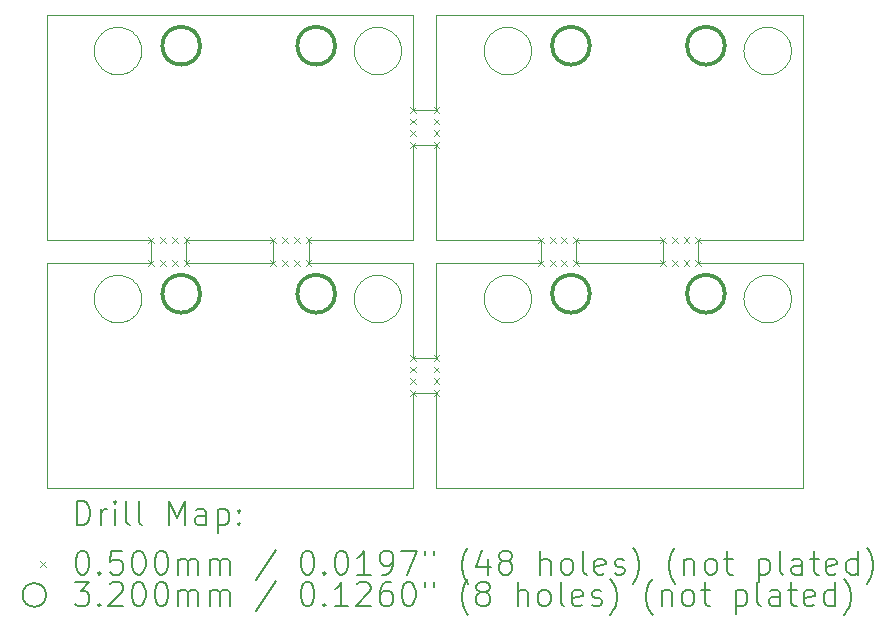
<source format=gbr>
%TF.GenerationSoftware,KiCad,Pcbnew,7.0.9*%
%TF.CreationDate,2024-06-08T21:54:23-04:00*%
%TF.ProjectId,8P breakout header,38502062-7265-4616-9b6f-757420686561,rev?*%
%TF.SameCoordinates,Original*%
%TF.FileFunction,Drillmap*%
%TF.FilePolarity,Positive*%
%FSLAX45Y45*%
G04 Gerber Fmt 4.5, Leading zero omitted, Abs format (unit mm)*
G04 Created by KiCad (PCBNEW 7.0.9) date 2024-06-08 21:54:23*
%MOMM*%
%LPD*%
G01*
G04 APERTURE LIST*
%ADD10C,0.100000*%
%ADD11C,0.200000*%
%ADD12C,0.320000*%
G04 APERTURE END LIST*
D10*
X17661279Y-4580142D02*
X17652479Y-4575534D01*
X14610685Y-2179572D02*
X14616444Y-2187666D01*
X15746885Y-2339479D02*
X15744692Y-2349168D01*
X17549748Y-4385112D02*
X17550729Y-4375227D01*
X12343149Y-2477892D02*
X12334238Y-2482281D01*
X15392343Y-4275634D02*
X15398686Y-4267990D01*
X15356584Y-2246032D02*
X15359489Y-2236532D01*
X15461279Y-4219858D02*
X15470296Y-4215691D01*
X12351833Y-2473068D02*
X12343149Y-2477892D01*
X14270969Y-2390942D02*
X14266691Y-2381977D01*
X17851833Y-4573068D02*
X17843149Y-4577892D01*
X15488893Y-2108719D02*
X15498428Y-2105931D01*
X12398002Y-2164288D02*
X12404532Y-2171773D01*
X12446885Y-4439479D02*
X12444692Y-4449168D01*
X12421795Y-2403966D02*
X12416444Y-2412334D01*
X14487041Y-4597359D02*
X14477236Y-4598949D01*
X12062861Y-2372811D02*
X12059489Y-2363468D01*
X14626727Y-2395342D02*
X14621795Y-2403966D01*
X14417851Y-2101786D02*
X14427693Y-2100438D01*
X17815819Y-2110289D02*
X17825120Y-2113776D01*
X15405400Y-2160668D02*
X15412467Y-2153688D01*
X14646885Y-4439479D02*
X14644692Y-4449168D01*
X17598686Y-2167990D02*
X17605400Y-2160668D01*
X17570969Y-4309058D02*
X17575686Y-4300316D01*
X15362861Y-2372811D02*
X15359489Y-2363468D01*
X14849900Y-2800000D02*
X14750000Y-2800000D01*
X15508088Y-4596382D02*
X15498428Y-4594069D01*
X14616444Y-4512334D02*
X14610685Y-4520428D01*
X15380829Y-4291817D02*
X15386386Y-4283583D01*
X15668431Y-2462162D02*
X15660267Y-2467820D01*
X14305400Y-4539332D02*
X14298686Y-4532010D01*
X17904532Y-2171773D02*
X17910685Y-2179572D01*
X17737590Y-2099579D02*
X17747516Y-2099211D01*
X14638883Y-2231840D02*
X14642022Y-2241264D01*
X14467364Y-2500052D02*
X14457449Y-2500666D01*
X15350729Y-4424773D02*
X15349748Y-4414888D01*
X17652479Y-2124466D02*
X17661279Y-2119858D01*
X15643149Y-2477892D02*
X15634238Y-2482281D01*
X14750000Y-6000000D02*
X14750000Y-5200000D01*
X17946885Y-2339479D02*
X17944692Y-2349168D01*
X15668431Y-4237838D02*
X15676306Y-4243893D01*
X12334238Y-4217719D02*
X12343149Y-4222108D01*
X12049257Y-4404967D02*
X12049257Y-4395033D01*
X15833333Y-3999950D02*
X15833333Y-4000150D01*
X15691109Y-4257134D02*
X15698002Y-4264288D01*
X12435281Y-2222582D02*
X12438883Y-2231840D01*
X12179509Y-2111975D02*
X12188893Y-2108719D01*
X14379509Y-2111975D02*
X14388893Y-2108719D01*
X12059489Y-2236532D02*
X12062861Y-2227189D01*
X15461279Y-2119858D02*
X15470296Y-2115691D01*
X12098686Y-4532010D02*
X12092343Y-4524366D01*
X14950000Y-2000000D02*
X14950000Y-2800000D01*
X14266691Y-2381977D02*
X14262861Y-2372811D01*
X15537590Y-4199579D02*
X15547516Y-4199211D01*
X17843149Y-2477892D02*
X17834238Y-2482281D01*
X17931225Y-2213514D02*
X17935281Y-2222582D01*
X17787041Y-2102641D02*
X17796756Y-2104715D01*
X17550729Y-2275227D02*
X17552198Y-2265402D01*
X15726727Y-4495342D02*
X15721795Y-4503966D01*
X14252198Y-4434598D02*
X14250729Y-4424773D01*
X14610685Y-2420428D02*
X14604532Y-2428227D01*
X14408088Y-4203618D02*
X14417851Y-4201786D01*
X15691109Y-2157134D02*
X15698002Y-2164288D01*
X14298686Y-2432010D02*
X14292343Y-2424366D01*
X15606356Y-2107266D02*
X15615819Y-2110289D01*
X12325120Y-4213776D02*
X12334238Y-4217719D01*
X16866667Y-4100000D02*
X16133333Y-4100000D01*
X17825120Y-2486224D02*
X17815819Y-2489711D01*
X18050000Y-3900000D02*
X18050000Y-2000000D01*
X17843149Y-4222108D02*
X17851833Y-4226932D01*
X15537590Y-4600421D02*
X15527693Y-4599562D01*
X15547516Y-2500789D02*
X15537590Y-2500421D01*
X14352479Y-4224466D02*
X14361279Y-4219858D01*
X14506356Y-2107266D02*
X14515819Y-2110289D01*
X15676306Y-2456107D02*
X15668431Y-2462162D01*
X15587041Y-2102641D02*
X15596756Y-2104715D01*
X12277236Y-4201051D02*
X12287041Y-4202641D01*
X17883872Y-2449669D02*
X17876306Y-2456107D01*
X15651833Y-2126932D02*
X15660267Y-2132180D01*
X14525120Y-2486224D02*
X14515819Y-2489711D01*
X17679509Y-4211975D02*
X17688894Y-4208719D01*
X12421795Y-4503966D02*
X12416444Y-4512334D01*
X11650000Y-6000000D02*
X14750000Y-6000000D01*
X15375686Y-4300316D02*
X15380829Y-4291817D01*
X15405400Y-4260668D02*
X15412467Y-4253688D01*
X15352198Y-2265402D02*
X15354151Y-2255663D01*
X14626727Y-4304658D02*
X14631225Y-4313514D01*
X14591109Y-2157134D02*
X14598002Y-2164288D01*
X12391109Y-4257134D02*
X12398002Y-4264288D01*
X15354151Y-2255663D02*
X15356584Y-2246032D01*
X12533333Y-3900000D02*
X12533333Y-3999950D01*
X15750805Y-4400000D02*
X15750559Y-4409931D01*
X12404532Y-2171773D02*
X12410685Y-2179572D01*
X14437590Y-4199579D02*
X14447516Y-4199211D01*
X14249257Y-4395033D02*
X14249748Y-4385112D01*
X14305400Y-4260668D02*
X14312467Y-4253688D01*
X14388893Y-2108719D02*
X14398428Y-2105931D01*
X15537590Y-2500421D02*
X15527693Y-2499562D01*
X14543149Y-2477892D02*
X14534238Y-2482281D01*
X12277236Y-4598949D02*
X12267364Y-4600052D01*
X17777236Y-4598949D02*
X17767364Y-4600052D01*
X12287041Y-4202641D02*
X12296756Y-4204715D01*
X14650559Y-4390069D02*
X14650805Y-4400000D01*
X17942022Y-2358736D02*
X17938883Y-2368160D01*
X12247516Y-4600789D02*
X12237590Y-4600421D01*
X12054151Y-4355663D02*
X12056584Y-4346032D01*
X14427693Y-2499562D02*
X14417851Y-2498214D01*
X17950559Y-2309931D02*
X17949822Y-2319837D01*
X14262861Y-2372811D02*
X14259489Y-2363468D01*
X17815819Y-4210289D02*
X17825120Y-4213776D01*
X12179509Y-2488025D02*
X12170296Y-2484309D01*
X12161279Y-2119858D02*
X12170296Y-2115691D01*
X14487041Y-4202641D02*
X14496756Y-4204715D01*
X15738883Y-4468160D02*
X15735281Y-4477418D01*
X17921795Y-4503966D02*
X17916444Y-4512334D01*
X13566667Y-4100000D02*
X12833333Y-4100000D01*
X14644692Y-4449168D02*
X14642022Y-4458736D01*
X12092343Y-4524366D02*
X12086386Y-4516417D01*
X17946885Y-4360521D02*
X17948597Y-4370306D01*
X14477236Y-2498949D02*
X14467364Y-2500052D01*
X17166667Y-3900000D02*
X18050000Y-3900000D01*
X17825120Y-4586224D02*
X17815819Y-4589711D01*
X14638883Y-4331840D02*
X14642022Y-4341264D01*
X17916444Y-4287666D02*
X17921795Y-4296034D01*
X17661279Y-4219858D02*
X17670296Y-4215691D01*
X12119871Y-2147065D02*
X12127594Y-2140817D01*
X14335616Y-2465042D02*
X14327594Y-2459183D01*
X17575686Y-2399684D02*
X17570969Y-2390942D01*
X14417851Y-2498214D02*
X14408088Y-2496382D01*
X17549748Y-2314888D02*
X17549257Y-2304967D01*
X12360267Y-2132180D02*
X12368431Y-2137838D01*
X14249748Y-2314888D02*
X14249257Y-2304967D01*
X17612467Y-4546312D02*
X17605400Y-4539332D01*
X17926727Y-4495342D02*
X17921795Y-4503966D01*
X15350729Y-2275227D02*
X15352198Y-2265402D01*
X11650000Y-4100000D02*
X11650000Y-6000000D01*
X17851833Y-2126932D02*
X17860267Y-2132180D01*
X15419871Y-4552935D02*
X15412467Y-4546312D01*
X15354151Y-2344337D02*
X15352198Y-2334598D01*
X15750559Y-4409931D02*
X15749822Y-4419837D01*
X14950000Y-3100000D02*
X14950000Y-3900000D01*
X15359489Y-2236532D02*
X15362861Y-2227189D01*
X17747516Y-2500789D02*
X17737590Y-2500421D01*
X12052198Y-4365402D02*
X12054151Y-4355663D01*
X14398428Y-2494069D02*
X14388893Y-2491281D01*
X12438883Y-4468160D02*
X12435281Y-4477418D01*
X12368431Y-4237838D02*
X12376306Y-4243893D01*
X17556584Y-2353968D02*
X17554151Y-2344337D01*
X17643918Y-4229504D02*
X17652479Y-4224466D01*
X17586386Y-2183583D02*
X17592343Y-2175634D01*
X12410685Y-4279572D02*
X12416444Y-4287666D01*
X17627594Y-2140817D02*
X17635616Y-2134958D01*
X14750000Y-5200000D02*
X14849900Y-5200000D01*
X14850100Y-2800000D02*
X14849900Y-2800000D01*
X17868431Y-4237838D02*
X17876306Y-4243893D01*
X15704532Y-4271773D02*
X15710685Y-4279572D01*
X15726727Y-2204658D02*
X15731225Y-2213514D01*
X15683871Y-4549669D02*
X15676306Y-4556107D01*
X17935281Y-4322582D02*
X17938883Y-4331840D01*
X14604532Y-4271773D02*
X14610685Y-4279572D01*
X15427594Y-4240817D02*
X15435616Y-4234958D01*
X17796756Y-4595285D02*
X17787041Y-4597359D01*
X14515819Y-4210289D02*
X14525120Y-4213776D01*
X15557449Y-4600666D02*
X15547516Y-4600789D01*
X15710685Y-4520428D02*
X15704532Y-4528227D01*
X17556584Y-2246032D02*
X17559489Y-2236532D01*
X14477236Y-4598949D02*
X14467364Y-4600052D01*
X14621795Y-2196034D02*
X14626727Y-2204658D01*
X17661279Y-2480142D02*
X17652479Y-2475534D01*
X15577236Y-2101051D02*
X15587041Y-2102641D01*
X17787041Y-4597359D02*
X17777236Y-4598949D01*
X12450559Y-2290069D02*
X12450805Y-2300000D01*
X17825120Y-4213776D02*
X17834238Y-4217719D01*
X17550729Y-4375227D02*
X17552198Y-4365402D01*
X17926727Y-2204658D02*
X17931225Y-2213514D01*
X17767364Y-4199948D02*
X17777236Y-4201051D01*
X15668431Y-2137838D02*
X15676306Y-2143893D01*
X12442022Y-4458736D02*
X12438883Y-4468160D01*
X15349257Y-2304967D02*
X15349257Y-2295033D01*
X17556584Y-4346032D02*
X17559489Y-4336532D01*
X14642022Y-4341264D02*
X14644692Y-4350832D01*
X17949822Y-2280163D02*
X17950559Y-2290069D01*
X12188893Y-2108719D02*
X12198428Y-2105931D01*
X14249257Y-2295033D02*
X14249748Y-2285112D01*
X12416444Y-4512334D02*
X12410685Y-4520428D01*
X17586386Y-2416417D02*
X17580829Y-2408183D01*
X15419871Y-4247065D02*
X15427594Y-4240817D01*
X17757449Y-4600666D02*
X17747516Y-4600789D01*
X15567364Y-2500052D02*
X15557449Y-2500666D01*
X12533333Y-4000150D02*
X12533333Y-4100000D01*
X15349257Y-4395033D02*
X15349748Y-4385112D01*
X14370296Y-2484309D02*
X14361279Y-2480142D01*
X17652479Y-4224466D02*
X17661279Y-4219858D01*
X15547516Y-2099211D02*
X15557449Y-2099334D01*
X12208088Y-2103618D02*
X12217851Y-2101786D01*
X17605400Y-4260668D02*
X17612467Y-4253688D01*
X15634238Y-2482281D02*
X15625120Y-2486224D01*
X12343149Y-4577892D02*
X12334238Y-4582281D01*
X17891109Y-4257134D02*
X17898002Y-4264288D01*
X17757449Y-2500666D02*
X17747516Y-2500789D01*
X12127594Y-2459183D02*
X12119871Y-2452935D01*
X17898002Y-4264288D02*
X17904532Y-4271773D01*
X14477236Y-2101051D02*
X14487041Y-2102641D01*
X14610685Y-4520428D02*
X14604532Y-4528227D01*
X17670296Y-4215691D02*
X17679509Y-4211975D01*
X17883872Y-4549669D02*
X17876306Y-4556107D01*
X12343149Y-4222108D02*
X12351833Y-4226932D01*
X14437590Y-2500421D02*
X14427693Y-2499562D01*
X17860267Y-4567820D02*
X17851833Y-4573068D01*
X12152479Y-2124466D02*
X12161279Y-2119858D01*
X13566667Y-4000150D02*
X13566667Y-4100000D01*
X14292343Y-2424366D02*
X14286386Y-2416417D01*
X14379509Y-4588025D02*
X14370296Y-4584309D01*
X17619871Y-2452935D02*
X17612467Y-2446312D01*
X12092343Y-2175634D02*
X12098686Y-2167990D01*
X14275686Y-2200316D02*
X14280829Y-2191817D01*
X15349748Y-2314888D02*
X15349257Y-2304967D01*
X12059489Y-4336532D02*
X12062861Y-4327189D01*
X17767364Y-4600052D02*
X17757449Y-4600666D01*
X14515819Y-4589711D02*
X14506356Y-4592734D01*
X15731225Y-2213514D02*
X15735281Y-2222582D01*
X12404532Y-4528227D02*
X12398002Y-4535712D01*
X14649822Y-2319837D02*
X14648597Y-2329694D01*
X17806357Y-4207266D02*
X17815819Y-4210289D01*
X15615819Y-4589711D02*
X15606356Y-4592734D01*
X14292343Y-4275634D02*
X14298686Y-4267990D01*
X17652479Y-4575534D02*
X17643918Y-4570496D01*
X12070969Y-2209058D02*
X12075686Y-2200316D01*
X12296756Y-4595285D02*
X12287041Y-4597359D01*
X12398002Y-4264288D02*
X12404532Y-4271773D01*
X12105400Y-2160668D02*
X12112467Y-2153688D01*
X17777236Y-2498949D02*
X17767364Y-2500052D01*
X14370296Y-2115691D02*
X14379509Y-2111975D01*
X15375686Y-4499684D02*
X15370969Y-4490942D01*
X12277236Y-2101051D02*
X12287041Y-2102641D01*
X15731225Y-4486486D02*
X15726727Y-4495342D01*
X17598686Y-4532010D02*
X17592343Y-4524366D01*
X14850100Y-3100000D02*
X14950000Y-3100000D01*
X17796756Y-2104715D02*
X17806357Y-2107266D01*
X12383871Y-4250331D02*
X12391109Y-4257134D01*
X13866667Y-3999950D02*
X13866667Y-3900000D01*
X14408088Y-4596382D02*
X14398428Y-4594069D01*
X17757449Y-2099334D02*
X17767364Y-2099948D01*
X17787041Y-2497359D02*
X17777236Y-2498949D01*
X14312467Y-4546312D02*
X14305400Y-4539332D01*
X15748597Y-2329694D02*
X15746885Y-2339479D01*
X14437590Y-2099579D02*
X14447516Y-2099211D01*
X17949822Y-4419837D02*
X17948597Y-4429694D01*
X14648597Y-2329694D02*
X14646885Y-2339479D01*
X14427693Y-2100438D02*
X14437590Y-2099579D01*
X12119871Y-4552935D02*
X12112467Y-4546312D01*
X14583871Y-4549669D02*
X14576306Y-4556107D01*
X14327594Y-4240817D02*
X14335616Y-4234958D01*
X14437590Y-4600421D02*
X14427693Y-4599562D01*
X14583871Y-4250331D02*
X14591109Y-4257134D01*
X15660267Y-2132180D02*
X15668431Y-2137838D01*
X17931225Y-2386486D02*
X17926727Y-2395342D01*
X15726727Y-2395342D02*
X15721795Y-2403966D01*
X14262861Y-2227189D02*
X14266691Y-2218023D01*
X15508088Y-2103618D02*
X15517851Y-2101786D01*
X15349748Y-4385112D02*
X15350729Y-4375227D01*
X14646885Y-2260521D02*
X14648597Y-2270306D01*
X14525120Y-2113776D02*
X14534238Y-2117719D01*
X15748597Y-4370306D02*
X15749822Y-4380163D01*
X15412467Y-2446312D02*
X15405400Y-2439332D01*
X17679509Y-2111975D02*
X17688894Y-2108719D01*
X17815819Y-4589711D02*
X17806357Y-4592734D01*
X14319871Y-4247065D02*
X14327594Y-4240817D01*
X12208088Y-2496382D02*
X12198428Y-2494069D01*
X15479509Y-2488025D02*
X15470296Y-2484309D01*
X15750559Y-2309931D02*
X15749822Y-2319837D01*
X12161279Y-4219858D02*
X12170296Y-4215691D01*
X17938883Y-2231840D02*
X17942022Y-2241264D01*
X12449822Y-4419837D02*
X12448597Y-4429694D01*
X14252198Y-2334598D02*
X14250729Y-2324773D01*
X14626727Y-2204658D02*
X14631225Y-2213514D01*
X12080829Y-2408183D02*
X12075686Y-2399684D01*
X12442022Y-2241264D02*
X12444692Y-2250832D01*
X12179509Y-4211975D02*
X12188893Y-4208719D01*
X12050729Y-2275227D02*
X12052198Y-2265402D01*
X14635281Y-2222582D02*
X14638883Y-2231840D01*
X12161279Y-4580142D02*
X12152479Y-4575534D01*
X14467364Y-2099948D02*
X14477236Y-2101051D01*
X12426727Y-4495342D02*
X12421795Y-4503966D01*
X14560267Y-2467820D02*
X14551833Y-2473068D01*
X17605400Y-2160668D02*
X17612467Y-2153688D01*
X14305400Y-2439332D02*
X14298686Y-2432010D01*
X14644692Y-2250832D02*
X14646885Y-2260521D01*
X17898002Y-2435712D02*
X17891109Y-2442866D01*
X11650000Y-3900000D02*
X12533333Y-3900000D01*
X15461279Y-2480142D02*
X15452479Y-2475534D01*
X17948597Y-2329694D02*
X17946885Y-2339479D01*
X12135616Y-2465042D02*
X12127594Y-2459183D01*
X17843149Y-4577892D02*
X17834238Y-4582281D01*
X17806357Y-4592734D02*
X17796756Y-4595285D01*
X12161279Y-2480142D02*
X12152479Y-2475534D01*
X12066691Y-2381977D02*
X12062861Y-2372811D01*
X17575686Y-4300316D02*
X17580829Y-4291817D01*
X15615819Y-4210289D02*
X15625120Y-4213776D01*
X14388893Y-2491281D02*
X14379509Y-2488025D01*
X15750805Y-2300000D02*
X15750559Y-2309931D01*
X17935281Y-4477418D02*
X17931225Y-4486486D01*
X12416444Y-4287666D02*
X12421795Y-4296034D01*
X17627594Y-4559183D02*
X17619871Y-4552935D01*
X14467364Y-4199948D02*
X14477236Y-4201051D01*
X15625120Y-4586224D02*
X15615819Y-4589711D01*
X14262861Y-4472811D02*
X14259489Y-4463468D01*
X14506356Y-4207266D02*
X14515819Y-4210289D01*
X15587041Y-2497359D02*
X15577236Y-2498949D01*
X14319871Y-2147065D02*
X14327594Y-2140817D01*
X15716444Y-4287666D02*
X15721795Y-4296034D01*
X12450559Y-2309931D02*
X12449822Y-2319837D01*
X17767364Y-2099948D02*
X17777236Y-2101051D01*
X14275686Y-2399684D02*
X14270969Y-2390942D01*
X14286386Y-4516417D02*
X14280829Y-4508183D01*
X17619871Y-4552935D02*
X17612467Y-4546312D01*
X14950000Y-2800000D02*
X14850100Y-2800000D01*
X12217851Y-2498214D02*
X12208088Y-2496382D01*
X12360267Y-4232180D02*
X12368431Y-4237838D01*
X14408088Y-2103618D02*
X14417851Y-2101786D01*
X17688894Y-2108719D02*
X17698428Y-2105931D01*
X12421795Y-4296034D02*
X12426727Y-4304658D01*
X12143918Y-4570496D02*
X12135616Y-4565042D01*
X17566691Y-4481977D02*
X17562861Y-4472811D01*
X14352479Y-2475534D02*
X14343918Y-2470496D01*
X12376306Y-4556107D02*
X12368431Y-4562162D01*
X14646885Y-4360521D02*
X14648597Y-4370306D01*
X14280829Y-4508183D02*
X14275686Y-4499684D01*
X15735281Y-2222582D02*
X15738883Y-2231840D01*
X12152479Y-4575534D02*
X12143918Y-4570496D01*
X12444692Y-2250832D02*
X12446885Y-2260521D01*
X12444692Y-4449168D02*
X12442022Y-4458736D01*
X16133333Y-3999950D02*
X16133333Y-3900000D01*
X12170296Y-2484309D02*
X12161279Y-2480142D01*
X15362861Y-4327189D02*
X15366691Y-4318023D01*
X12217851Y-4598214D02*
X12208088Y-4596382D01*
X15470296Y-2484309D02*
X15461279Y-2480142D01*
X15704532Y-4528227D02*
X15698002Y-4535712D01*
X14361279Y-2480142D02*
X14352479Y-2475534D01*
X12325120Y-2113776D02*
X12334238Y-2117719D01*
X14286386Y-2183583D02*
X14292343Y-2175634D01*
X15498428Y-2105931D02*
X15508088Y-2103618D01*
X15557449Y-2500666D02*
X15547516Y-2500789D01*
X12833333Y-3900000D02*
X13566667Y-3900000D01*
X12237590Y-2099579D02*
X12247516Y-2099211D01*
X15750559Y-4390069D02*
X15750805Y-4400000D01*
X15721795Y-2196034D02*
X15726727Y-2204658D01*
X17670296Y-2115691D02*
X17679509Y-2111975D01*
X12442022Y-4341264D02*
X12444692Y-4350832D01*
X16866667Y-3900000D02*
X16866667Y-3999950D01*
X17921795Y-2403966D02*
X17916444Y-2412334D01*
X17643918Y-4570496D02*
X17635616Y-4565042D01*
X15742022Y-4341264D02*
X15744692Y-4350832D01*
X12404532Y-4271773D02*
X12410685Y-4279572D01*
X12448597Y-4370306D02*
X12449822Y-4380163D01*
X15427594Y-2140817D02*
X15435616Y-2134958D01*
X17843149Y-2122108D02*
X17851833Y-2126932D01*
X15435616Y-2465042D02*
X15427594Y-2459183D01*
X12237590Y-2500421D02*
X12227693Y-2499562D01*
X17796756Y-4204715D02*
X17806357Y-4207266D01*
X12086386Y-2416417D02*
X12080829Y-2408183D01*
X14388893Y-4208719D02*
X14398428Y-4205931D01*
X14249257Y-2304967D02*
X14249257Y-2295033D01*
X12391109Y-2442866D02*
X12383871Y-2449669D01*
X12449822Y-2280163D02*
X12450559Y-2290069D01*
X17566691Y-4318023D02*
X17570969Y-4309058D01*
X15359489Y-4336532D02*
X15362861Y-4327189D01*
X17554151Y-2344337D02*
X17552198Y-2334598D01*
X15349748Y-2285112D02*
X15350729Y-2275227D01*
X15735281Y-2377418D02*
X15731225Y-2386486D01*
X15634238Y-4582281D02*
X15625120Y-4586224D01*
X12098686Y-4267990D02*
X12105400Y-4260668D01*
X14343918Y-4229504D02*
X14352479Y-4224466D01*
X17627594Y-2459183D02*
X17619871Y-2452935D01*
X17825120Y-2113776D02*
X17834238Y-2117719D01*
X12170296Y-4584309D02*
X12161279Y-4580142D01*
X17942022Y-4341264D02*
X17944692Y-4350832D01*
X14849900Y-5200000D02*
X14850100Y-5200000D01*
X15412467Y-2153688D02*
X15419871Y-2147065D01*
X12306356Y-4592734D02*
X12296756Y-4595285D01*
X14649822Y-2280163D02*
X14650559Y-2290069D01*
X17898002Y-2164288D02*
X17904532Y-2171773D01*
X14750000Y-4900000D02*
X14750000Y-4100000D01*
X12450559Y-4409931D02*
X12449822Y-4419837D01*
X14319871Y-2452935D02*
X14312467Y-2446312D01*
X12533333Y-3999950D02*
X12533333Y-4000150D01*
X12257449Y-2099334D02*
X12267364Y-2099948D01*
X15643149Y-4222108D02*
X15651833Y-4226932D01*
X14543149Y-4222108D02*
X14551833Y-4226932D01*
X15470296Y-4584309D02*
X15461279Y-4580142D01*
X17916444Y-2412334D02*
X17910685Y-2420428D01*
X15606356Y-4207266D02*
X15615819Y-4210289D01*
X17708088Y-4203618D02*
X17717852Y-4201786D01*
X12127594Y-4240817D02*
X12135616Y-4234958D01*
X15567364Y-4600052D02*
X15557449Y-4600666D01*
X15750559Y-2290069D02*
X15750805Y-2300000D01*
X17559489Y-4336532D02*
X17562861Y-4327189D01*
X12257449Y-4199334D02*
X12267364Y-4199948D01*
X12426727Y-2395342D02*
X12421795Y-2403966D01*
X15833333Y-3900000D02*
X15833333Y-3999950D01*
X13566667Y-3900000D02*
X13566667Y-3999950D01*
X17570969Y-2209058D02*
X17575686Y-2200316D01*
X12343149Y-2122108D02*
X12351833Y-2126932D01*
X15527693Y-2100438D02*
X15537590Y-2099579D01*
X17643918Y-2470496D02*
X17635616Y-2465042D01*
X12325120Y-2486224D02*
X12315819Y-2489711D01*
X12360267Y-4567820D02*
X12351833Y-4573068D01*
X14568431Y-2462162D02*
X14560267Y-2467820D01*
X15698002Y-2164288D02*
X15704532Y-2171773D01*
X12098686Y-2167990D02*
X12105400Y-2160668D01*
X12442022Y-2358736D02*
X12438883Y-2368160D01*
X17860267Y-2132180D02*
X17868431Y-2137838D01*
X12368431Y-4562162D02*
X12360267Y-4567820D01*
X14591109Y-2442866D02*
X14583871Y-2449669D01*
X17910685Y-2420428D02*
X17904532Y-2428227D01*
X15721795Y-2403966D02*
X15716444Y-2412334D01*
X17737590Y-4600421D02*
X17727693Y-4599562D01*
X12086386Y-4283583D02*
X12092343Y-4275634D01*
X17948597Y-4429694D02*
X17946885Y-4439479D01*
X14598002Y-4264288D02*
X14604532Y-4271773D01*
X15366691Y-2218023D02*
X15370969Y-2209058D01*
X15596756Y-2495285D02*
X15587041Y-2497359D01*
X14515819Y-2489711D02*
X14506356Y-2492734D01*
X17635616Y-2134958D02*
X17643918Y-2129504D01*
X12056584Y-4453968D02*
X12054151Y-4444337D01*
X12049748Y-4385112D02*
X12050729Y-4375227D01*
X14256584Y-4346032D02*
X14259489Y-4336532D01*
X14259489Y-4336532D02*
X14262861Y-4327189D01*
X12080829Y-2191817D02*
X12086386Y-2183583D01*
X14275686Y-4499684D02*
X14270969Y-4490942D01*
X17549257Y-4404967D02*
X17549257Y-4395033D01*
X15691109Y-2442866D02*
X15683871Y-2449669D01*
X14850100Y-4900000D02*
X14849900Y-4900000D01*
X15405400Y-4539332D02*
X15398686Y-4532010D01*
X14457449Y-2099334D02*
X14467364Y-2099948D01*
X15470296Y-4215691D02*
X15479509Y-4211975D01*
X17891109Y-2157134D02*
X17898002Y-2164288D01*
X12143918Y-4229504D02*
X12152479Y-4224466D01*
X12152479Y-4224466D02*
X12161279Y-4219858D01*
X12050729Y-4375227D02*
X12052198Y-4365402D01*
X14604532Y-2428227D02*
X14598002Y-2435712D01*
X14642022Y-2241264D02*
X14644692Y-2250832D01*
X14560267Y-4232180D02*
X14568431Y-4237838D01*
X13566667Y-3999950D02*
X13566667Y-4000150D01*
X17661279Y-2119858D02*
X17670296Y-2115691D01*
X14270969Y-4309058D02*
X14275686Y-4300316D01*
X15744692Y-4350832D02*
X15746885Y-4360521D01*
X12296756Y-4204715D02*
X12306356Y-4207266D01*
X15710685Y-4279572D02*
X15716444Y-4287666D01*
X12444692Y-2349168D02*
X12442022Y-2358736D01*
X15651833Y-4573068D02*
X15643149Y-4577892D01*
X15748597Y-4429694D02*
X15746885Y-4439479D01*
X12448597Y-2270306D02*
X12449822Y-2280163D01*
X12170296Y-4215691D02*
X12179509Y-4211975D01*
X15749822Y-4380163D02*
X15750559Y-4390069D01*
X15435616Y-4234958D02*
X15443918Y-4229504D01*
X15742022Y-4458736D02*
X15738883Y-4468160D01*
X17806357Y-2107266D02*
X17815819Y-2110289D01*
X17549748Y-4414888D02*
X17549257Y-4404967D01*
X15567364Y-2099948D02*
X15577236Y-2101051D01*
X12404532Y-2428227D02*
X12398002Y-2435712D01*
X12267364Y-4600052D02*
X12257449Y-4600666D01*
X17559489Y-2363468D02*
X17556584Y-2353968D01*
X15386386Y-2183583D02*
X15392343Y-2175634D01*
X14370296Y-4584309D02*
X14361279Y-4580142D01*
X14312467Y-4253688D02*
X14319871Y-4247065D01*
X14560267Y-4567820D02*
X14551833Y-4573068D01*
X14638883Y-2368160D02*
X14635281Y-2377418D01*
X12368431Y-2462162D02*
X12360267Y-2467820D01*
X12127594Y-2140817D02*
X12135616Y-2134958D01*
X14568431Y-4237838D02*
X14576306Y-4243893D01*
X14631225Y-2213514D02*
X14635281Y-2222582D01*
X17950559Y-4409931D02*
X17949822Y-4419837D01*
X14270969Y-2209058D02*
X14275686Y-2200316D01*
X14254151Y-4444337D02*
X14252198Y-4434598D01*
X14534238Y-4582281D02*
X14525120Y-4586224D01*
X12257449Y-2500666D02*
X12247516Y-2500789D01*
X12052198Y-2334598D02*
X12050729Y-2324773D01*
X12431225Y-2213514D02*
X12435281Y-2222582D01*
X12198428Y-2494069D02*
X12188893Y-2491281D01*
X12198428Y-4594069D02*
X12188893Y-4591281D01*
X16133333Y-4000150D02*
X16133333Y-3999950D01*
X12351833Y-2126932D02*
X12360267Y-2132180D01*
X15412467Y-4546312D02*
X15405400Y-4539332D01*
X12450805Y-2300000D02*
X12450559Y-2309931D01*
X14457449Y-2500666D02*
X14447516Y-2500789D01*
X15427594Y-2459183D02*
X15419871Y-2452935D01*
X14417851Y-4201786D02*
X14427693Y-4200438D01*
X12127594Y-4559183D02*
X12119871Y-4552935D01*
X15352198Y-4434598D02*
X15350729Y-4424773D01*
X12450559Y-4390069D02*
X12450805Y-4400000D01*
X14635281Y-4477418D02*
X14631225Y-4486486D01*
X17944692Y-4350832D02*
X17946885Y-4360521D01*
X12410685Y-2179572D02*
X12416444Y-2187666D01*
X14560267Y-2132180D02*
X14568431Y-2137838D01*
X14650559Y-2290069D02*
X14650805Y-2300000D01*
X12398002Y-2435712D02*
X12391109Y-2442866D01*
X14950000Y-5200000D02*
X14950000Y-6000000D01*
X15660267Y-4232180D02*
X15668431Y-4237838D01*
X15356584Y-4346032D02*
X15359489Y-4336532D01*
X12112467Y-2153688D02*
X12119871Y-2147065D01*
X14447516Y-4199211D02*
X14457449Y-4199334D01*
X14534238Y-2482281D02*
X14525120Y-2486224D01*
X12080829Y-4291817D02*
X12086386Y-4283583D01*
X15704532Y-2171773D02*
X15710685Y-2179572D01*
X15643149Y-4577892D02*
X15634238Y-4582281D01*
X12426727Y-4304658D02*
X12431225Y-4313514D01*
X15676306Y-4243893D02*
X15683871Y-4250331D01*
X17938883Y-4468160D02*
X17935281Y-4477418D01*
X17652479Y-2475534D02*
X17643918Y-2470496D01*
X15746885Y-2260521D02*
X15748597Y-2270306D01*
X14335616Y-4565042D02*
X14327594Y-4559183D01*
X15625120Y-2486224D02*
X15615819Y-2489711D01*
X18050000Y-4100000D02*
X17166667Y-4100000D01*
X14534238Y-4217719D02*
X14543149Y-4222108D01*
X12383871Y-2449669D02*
X12376306Y-2456107D01*
X15352198Y-4365402D02*
X15354151Y-4355663D01*
X12208088Y-4596382D02*
X12198428Y-4594069D01*
X14361279Y-4219858D02*
X14370296Y-4215691D01*
X12066691Y-4318023D02*
X12070969Y-4309058D01*
X14525120Y-4586224D02*
X14515819Y-4589711D01*
X14286386Y-4283583D02*
X14292343Y-4275634D01*
X17566691Y-2218023D02*
X17570969Y-2209058D01*
X14650805Y-4400000D02*
X14650559Y-4409931D01*
X12112467Y-4253688D02*
X12119871Y-4247065D01*
X17757449Y-4199334D02*
X17767364Y-4199948D01*
X15398686Y-2432010D02*
X15392343Y-2424366D01*
X15517851Y-2101786D02*
X15527693Y-2100438D01*
X12135616Y-2134958D02*
X12143918Y-2129504D01*
X12054151Y-2344337D02*
X12052198Y-2334598D01*
X14352479Y-4575534D02*
X14343918Y-4570496D01*
X14598002Y-2435712D02*
X14591109Y-2442866D01*
X14327594Y-2459183D02*
X14319871Y-2452935D01*
X14610685Y-4279572D02*
X14616444Y-4287666D01*
X17935281Y-2222582D02*
X17938883Y-2231840D01*
X15596756Y-4204715D02*
X15606356Y-4207266D01*
X12105400Y-2439332D02*
X12098686Y-2432010D01*
X15356584Y-4453968D02*
X15354151Y-4444337D01*
X12152479Y-2475534D02*
X12143918Y-2470496D01*
X17921795Y-4296034D02*
X17926727Y-4304658D01*
X14496756Y-4595285D02*
X14487041Y-4597359D01*
X17619871Y-4247065D02*
X17627594Y-4240817D01*
X17570969Y-4490942D02*
X17566691Y-4481977D01*
X17549257Y-2295033D02*
X17549748Y-2285112D01*
X17166667Y-4000150D02*
X17166667Y-3999950D01*
X12086386Y-2183583D02*
X12092343Y-2175634D01*
X15615819Y-2110289D02*
X15625120Y-2113776D01*
X14950000Y-3900000D02*
X15833333Y-3900000D01*
X14849900Y-3100000D02*
X14850100Y-3100000D01*
X17904532Y-2428227D02*
X17898002Y-2435712D01*
X17777236Y-4201051D02*
X17787041Y-4202641D01*
X14551833Y-2126932D02*
X14560267Y-2132180D01*
X17554151Y-2255663D02*
X17556584Y-2246032D01*
X14621795Y-2403966D02*
X14616444Y-2412334D01*
X17777236Y-2101051D02*
X17787041Y-2102641D01*
X14576306Y-4243893D02*
X14583871Y-4250331D01*
X14642022Y-4458736D02*
X14638883Y-4468160D01*
X15470296Y-2115691D02*
X15479509Y-2111975D01*
X17868431Y-4562162D02*
X17860267Y-4567820D01*
X12431225Y-2386486D02*
X12426727Y-2395342D01*
X15366691Y-4481977D02*
X15362861Y-4472811D01*
X12070969Y-2390942D02*
X12066691Y-2381977D01*
X17876306Y-4556107D02*
X17868431Y-4562162D01*
X14275686Y-4300316D02*
X14280829Y-4291817D01*
X17942022Y-4458736D02*
X17938883Y-4468160D01*
X17552198Y-2265402D02*
X17554151Y-2255663D01*
X15731225Y-2386486D02*
X15726727Y-2395342D01*
X14649822Y-4419837D02*
X14648597Y-4429694D01*
X15452479Y-2475534D02*
X15443918Y-2470496D01*
X17916444Y-4512334D02*
X17910685Y-4520428D01*
X12446885Y-4360521D02*
X12448597Y-4370306D01*
X14551833Y-4573068D02*
X14543149Y-4577892D01*
X17635616Y-4565042D02*
X17627594Y-4559183D01*
X14650805Y-2300000D02*
X14650559Y-2309931D01*
X12368431Y-2137838D02*
X12376306Y-2143893D01*
X14638883Y-4468160D02*
X14635281Y-4477418D01*
X14327594Y-4559183D02*
X14319871Y-4552935D01*
X12351833Y-4226932D02*
X12360267Y-4232180D01*
X15498428Y-4594069D02*
X15488893Y-4591281D01*
X14343918Y-2470496D02*
X14335616Y-2465042D01*
X13866667Y-4000150D02*
X13866667Y-3999950D01*
X14487041Y-2102641D02*
X14496756Y-2104715D01*
X17904532Y-4528227D02*
X17898002Y-4535712D01*
X15660267Y-4567820D02*
X15651833Y-4573068D01*
X15744692Y-4449168D02*
X15742022Y-4458736D01*
X12287041Y-2497359D02*
X12277236Y-2498949D01*
X15537590Y-2099579D02*
X15547516Y-2099211D01*
X17612467Y-4253688D02*
X17619871Y-4247065D01*
X15350729Y-4375227D02*
X15352198Y-4365402D01*
X12208088Y-4203618D02*
X12217851Y-4201786D01*
X13866667Y-3900000D02*
X14750000Y-3900000D01*
X14427693Y-4200438D02*
X14437590Y-4199579D01*
X12438883Y-4331840D02*
X12442022Y-4341264D01*
X17627594Y-4240817D02*
X17635616Y-4234958D01*
X12376306Y-2456107D02*
X12368431Y-2462162D01*
X15625120Y-4213776D02*
X15634238Y-4217719D01*
X12075686Y-4499684D02*
X12070969Y-4490942D01*
X12426727Y-2204658D02*
X12431225Y-2213514D01*
X15742022Y-2358736D02*
X15738883Y-2368160D01*
X17942022Y-2241264D02*
X17944692Y-2250832D01*
X14576306Y-2143893D02*
X14583871Y-2150331D01*
X15749822Y-2280163D02*
X15750559Y-2290069D01*
X17635616Y-4234958D02*
X17643918Y-4229504D01*
X15461279Y-4580142D02*
X15452479Y-4575534D01*
X18050000Y-6000000D02*
X18050000Y-4100000D01*
X17891109Y-4542866D02*
X17883872Y-4549669D01*
X15710685Y-2420428D02*
X15704532Y-2428227D01*
X14319871Y-4552935D02*
X14312467Y-4546312D01*
X17868431Y-2137838D02*
X17876306Y-2143893D01*
X15479509Y-2111975D02*
X15488893Y-2108719D01*
X17916444Y-2187666D02*
X17921795Y-2196034D01*
X15527693Y-2499562D02*
X15517851Y-2498214D01*
X17708088Y-2496382D02*
X17698428Y-2494069D01*
X14254151Y-2255663D02*
X14256584Y-2246032D01*
X12296756Y-2104715D02*
X12306356Y-2107266D01*
X17876306Y-2456107D02*
X17868431Y-2462162D01*
X17554151Y-4355663D02*
X17556584Y-4346032D01*
X15435616Y-4565042D02*
X15427594Y-4559183D01*
X12416444Y-2412334D02*
X12410685Y-2420428D01*
X17559489Y-4463468D02*
X17556584Y-4453968D01*
X17549748Y-2285112D02*
X17550729Y-2275227D01*
X12050729Y-4424773D02*
X12049748Y-4414888D01*
X17898002Y-4535712D02*
X17891109Y-4542866D01*
X14292343Y-4524366D02*
X14286386Y-4516417D01*
X15452479Y-4224466D02*
X15461279Y-4219858D01*
X15452479Y-2124466D02*
X15461279Y-2119858D01*
X17717852Y-4201786D02*
X17727693Y-4200438D01*
X12247516Y-2500789D02*
X12237590Y-2500421D01*
X17566691Y-2381977D02*
X17562861Y-2372811D01*
X14343918Y-4570496D02*
X14335616Y-4565042D01*
X17834238Y-2117719D02*
X17843149Y-2122108D01*
X15349257Y-4404967D02*
X15349257Y-4395033D01*
X15362861Y-2227189D02*
X15366691Y-2218023D01*
X15634238Y-2117719D02*
X15643149Y-2122108D01*
X12410685Y-2420428D02*
X12404532Y-2428227D01*
X15359489Y-2363468D02*
X15356584Y-2353968D01*
X14631225Y-4486486D02*
X14626727Y-4495342D01*
X12080829Y-4508183D02*
X12075686Y-4499684D01*
X17950559Y-4390069D02*
X17950805Y-4400000D01*
X17883872Y-4250331D02*
X17891109Y-4257134D01*
X14379509Y-2488025D02*
X14370296Y-2484309D01*
X15527693Y-4599562D02*
X15517851Y-4598214D01*
X14262861Y-4327189D02*
X14266691Y-4318023D01*
X12833333Y-3999950D02*
X12833333Y-3900000D01*
X14259489Y-2236532D02*
X14262861Y-2227189D01*
X17944692Y-2250832D02*
X17946885Y-2260521D01*
X17580829Y-4508183D02*
X17575686Y-4499684D01*
X14534238Y-2117719D02*
X14543149Y-2122108D01*
X14327594Y-2140817D02*
X14335616Y-2134958D01*
X15577236Y-2498949D02*
X15567364Y-2500052D01*
X15557449Y-2099334D02*
X15567364Y-2099948D01*
X15366691Y-4318023D02*
X15370969Y-4309058D01*
X17747516Y-2099211D02*
X17757449Y-2099334D01*
X15742022Y-2241264D02*
X15744692Y-2250832D01*
X14750000Y-4100000D02*
X13866667Y-4100000D01*
X14447516Y-4600789D02*
X14437590Y-4600421D01*
X17938883Y-4331840D02*
X17942022Y-4341264D01*
X15547516Y-4199211D02*
X15557449Y-4199334D01*
X15435616Y-2134958D02*
X15443918Y-2129504D01*
X14506356Y-4592734D02*
X14496756Y-4595285D01*
X15746885Y-4360521D02*
X15748597Y-4370306D01*
X12049257Y-2304967D02*
X12049257Y-2295033D01*
X15698002Y-2435712D02*
X15691109Y-2442866D01*
X17580829Y-4291817D02*
X17586386Y-4283583D01*
X17570969Y-2390942D02*
X17566691Y-2381977D01*
X17910685Y-4520428D02*
X17904532Y-4528227D01*
X17851833Y-4226932D02*
X17860267Y-4232180D01*
X12267364Y-2099948D02*
X12277236Y-2101051D01*
X14616444Y-4287666D02*
X14621795Y-4296034D01*
X15726727Y-4304658D02*
X15731225Y-4313514D01*
X12056584Y-2353968D02*
X12054151Y-2344337D01*
X14417851Y-4598214D02*
X14408088Y-4596382D01*
X12112467Y-4546312D02*
X12105400Y-4539332D01*
X15443918Y-4570496D02*
X15435616Y-4565042D01*
X17549257Y-4395033D02*
X17549748Y-4385112D01*
X12049748Y-4414888D02*
X12049257Y-4404967D01*
X12334238Y-4582281D02*
X12325120Y-4586224D01*
X16866667Y-4000150D02*
X16866667Y-4100000D01*
X12833333Y-4000150D02*
X12833333Y-3999950D01*
X14447516Y-2099211D02*
X14457449Y-2099334D01*
X12052198Y-4434598D02*
X12050729Y-4424773D01*
X12056584Y-2246032D02*
X12059489Y-2236532D01*
X12448597Y-4429694D02*
X12446885Y-4439479D01*
X17860267Y-4232180D02*
X17868431Y-4237838D01*
X12360267Y-2467820D02*
X12351833Y-2473068D01*
X14408088Y-2496382D02*
X14398428Y-2494069D01*
X12315819Y-2110289D02*
X12325120Y-2113776D01*
X17935281Y-2377418D02*
X17931225Y-2386486D01*
X15547516Y-4600789D02*
X15537590Y-4600421D01*
X12062861Y-2227189D02*
X12066691Y-2218023D01*
X12431225Y-4313514D02*
X12435281Y-4322582D01*
X17860267Y-2467820D02*
X17851833Y-2473068D01*
X12098686Y-2432010D02*
X12092343Y-2424366D01*
X17727693Y-4200438D02*
X17737590Y-4199579D01*
X15577236Y-4598949D02*
X15567364Y-4600052D01*
X15370969Y-2209058D02*
X15375686Y-2200316D01*
X15498428Y-4205931D02*
X15508088Y-4203618D01*
X17586386Y-4516417D02*
X17580829Y-4508183D01*
X14598002Y-2164288D02*
X14604532Y-2171773D01*
X16866667Y-3999950D02*
X16866667Y-4000150D01*
X14604532Y-2171773D02*
X14610685Y-2179572D01*
X15352198Y-2334598D02*
X15350729Y-2324773D01*
X17708088Y-4596382D02*
X17698428Y-4594069D01*
X17580829Y-2191817D02*
X17586386Y-2183583D01*
X14591109Y-4257134D02*
X14598002Y-4264288D01*
X12066691Y-4481977D02*
X12062861Y-4472811D01*
X12533333Y-4100000D02*
X11650000Y-4100000D01*
X12383871Y-4549669D02*
X12376306Y-4556107D01*
X14616444Y-2187666D02*
X14621795Y-2196034D01*
X12431225Y-4486486D02*
X12426727Y-4495342D01*
X15356584Y-2353968D02*
X15354151Y-2344337D01*
X17921795Y-2196034D02*
X17926727Y-2204658D01*
X14604532Y-4528227D02*
X14598002Y-4535712D01*
X17562861Y-4472811D02*
X17559489Y-4463468D01*
X15606356Y-2492734D02*
X15596756Y-2495285D01*
X12070969Y-4309058D02*
X12075686Y-4300316D01*
X15354151Y-4444337D02*
X15352198Y-4434598D01*
X12135616Y-4234958D02*
X12143918Y-4229504D01*
X14254151Y-2344337D02*
X14252198Y-2334598D01*
X17552198Y-2334598D02*
X17550729Y-2324773D01*
X14525120Y-4213776D02*
X14534238Y-4217719D01*
X17575686Y-2200316D02*
X17580829Y-2191817D01*
X17549257Y-2304967D02*
X17549257Y-2295033D01*
X14648597Y-2270306D02*
X14649822Y-2280163D01*
X15749822Y-4419837D02*
X15748597Y-4429694D01*
X15427594Y-4559183D02*
X15419871Y-4552935D01*
X12306356Y-2492734D02*
X12296756Y-2495285D01*
X17552198Y-4365402D02*
X17554151Y-4355663D01*
X12416444Y-2187666D02*
X12421795Y-2196034D01*
X12059489Y-2363468D02*
X12056584Y-2353968D01*
X14642022Y-2358736D02*
X14638883Y-2368160D01*
X12435281Y-4322582D02*
X12438883Y-4331840D01*
X14515819Y-2110289D02*
X14525120Y-2113776D01*
X14335616Y-4234958D02*
X14343918Y-4229504D01*
X12092343Y-4275634D02*
X12098686Y-4267990D01*
X15392343Y-4524366D02*
X15386386Y-4516417D01*
X12306356Y-2107266D02*
X12315819Y-2110289D01*
X15392343Y-2175634D02*
X15398686Y-2167990D01*
X15749822Y-2319837D02*
X15748597Y-2329694D01*
X12056584Y-4346032D02*
X12059489Y-4336532D01*
X15668431Y-4562162D02*
X15660267Y-4567820D01*
X14644692Y-2349168D02*
X14642022Y-2358736D01*
X12435281Y-2377418D02*
X12431225Y-2386486D01*
X17550729Y-2324773D02*
X17549748Y-2314888D01*
X15735281Y-4322582D02*
X15738883Y-4331840D01*
X14252198Y-2265402D02*
X14254151Y-2255663D01*
X15419871Y-2452935D02*
X15412467Y-2446312D01*
X15746885Y-4439479D02*
X15744692Y-4449168D01*
X14266691Y-2218023D02*
X14270969Y-2209058D01*
X17612467Y-2446312D02*
X17605400Y-2439332D01*
X12277236Y-2498949D02*
X12267364Y-2500052D01*
X15634238Y-4217719D02*
X15643149Y-4222108D01*
X17619871Y-2147065D02*
X17627594Y-2140817D01*
X14298686Y-2167990D02*
X14305400Y-2160668D01*
X12376306Y-4243893D02*
X12383871Y-4250331D01*
X17727693Y-4599562D02*
X17717852Y-4598214D01*
X15370969Y-2390942D02*
X15366691Y-2381977D01*
X14635281Y-4322582D02*
X14638883Y-4331840D01*
X17612467Y-2153688D02*
X17619871Y-2147065D01*
X17562861Y-2372811D02*
X17559489Y-2363468D01*
X12247516Y-4199211D02*
X12257449Y-4199334D01*
X12112467Y-2446312D02*
X12105400Y-2439332D01*
X15443918Y-4229504D02*
X15452479Y-4224466D01*
X15704532Y-2428227D02*
X15698002Y-2435712D01*
X17552198Y-4434598D02*
X17550729Y-4424773D01*
X16133333Y-3900000D02*
X16866667Y-3900000D01*
X14250729Y-4424773D02*
X14249748Y-4414888D01*
X12092343Y-2424366D02*
X12086386Y-2416417D01*
X14621795Y-4503966D02*
X14616444Y-4512334D01*
X17605400Y-4539332D02*
X17598686Y-4532010D01*
X15615819Y-2489711D02*
X15606356Y-2492734D01*
X14487041Y-2497359D02*
X14477236Y-2498949D01*
X15405400Y-2439332D02*
X15398686Y-2432010D01*
X17562861Y-4327189D02*
X17566691Y-4318023D01*
X15721795Y-4296034D02*
X15726727Y-4304658D01*
X15375686Y-2200316D02*
X15380829Y-2191817D01*
X17747516Y-4600789D02*
X17737590Y-4600421D01*
X12435281Y-4477418D02*
X12431225Y-4486486D01*
X15386386Y-4516417D02*
X15380829Y-4508183D01*
X15651833Y-2473068D02*
X15643149Y-2477892D01*
X12054151Y-2255663D02*
X12056584Y-2246032D01*
X12227693Y-4599562D02*
X12217851Y-4598214D01*
X17562861Y-2227189D02*
X17566691Y-2218023D01*
X12049748Y-2314888D02*
X12049257Y-2304967D01*
X15354151Y-4355663D02*
X15356584Y-4346032D01*
X15833333Y-4000150D02*
X15833333Y-4100000D01*
X12143918Y-2470496D02*
X12135616Y-2465042D01*
X15625120Y-2113776D02*
X15634238Y-2117719D01*
X14398428Y-2105931D02*
X14408088Y-2103618D01*
X12050729Y-2324773D02*
X12049748Y-2314888D01*
X12062861Y-4327189D02*
X12066691Y-4318023D01*
X12105400Y-4539332D02*
X12098686Y-4532010D01*
X17950805Y-4400000D02*
X17950559Y-4409931D01*
X15398686Y-2167990D02*
X15405400Y-2160668D01*
X17727693Y-2499562D02*
X17717852Y-2498214D01*
X12391109Y-4542866D02*
X12383871Y-4549669D01*
X15479509Y-4211975D02*
X15488893Y-4208719D01*
X17747516Y-4199211D02*
X17757449Y-4199334D01*
X14249257Y-4404967D02*
X14249257Y-4395033D01*
X17592343Y-4524366D02*
X17586386Y-4516417D01*
X15738883Y-2231840D02*
X15742022Y-2241264D01*
X12446885Y-2260521D02*
X12448597Y-2270306D01*
X12833333Y-4100000D02*
X12833333Y-4000150D01*
X15375686Y-2399684D02*
X15370969Y-2390942D01*
X17883872Y-2150331D02*
X17891109Y-2157134D01*
X14250729Y-4375227D02*
X14252198Y-4365402D01*
X14280829Y-2408183D02*
X14275686Y-2399684D01*
X15596756Y-2104715D02*
X15606356Y-2107266D01*
X12237590Y-4600421D02*
X12227693Y-4599562D01*
X14457449Y-4600666D02*
X14447516Y-4600789D01*
X12119871Y-2452935D02*
X12112467Y-2446312D01*
X12383871Y-2150331D02*
X12391109Y-2157134D01*
X15691109Y-4542866D02*
X15683871Y-4549669D01*
X14616444Y-2412334D02*
X14610685Y-2420428D01*
X14266691Y-4318023D02*
X14270969Y-4309058D01*
X14259489Y-4463468D02*
X14256584Y-4453968D01*
X14427693Y-4599562D02*
X14417851Y-4598214D01*
X12287041Y-2102641D02*
X12296756Y-2104715D01*
X15744692Y-2349168D02*
X15742022Y-2358736D01*
X17767364Y-2500052D02*
X17757449Y-2500666D01*
X12296756Y-2495285D02*
X12287041Y-2497359D01*
X14254151Y-4355663D02*
X14256584Y-4346032D01*
X12448597Y-2329694D02*
X12446885Y-2339479D01*
X17787041Y-4202641D02*
X17796756Y-4204715D01*
X17559489Y-2236532D02*
X17562861Y-2227189D01*
X15366691Y-2381977D02*
X15362861Y-2372811D01*
X12446885Y-2339479D02*
X12444692Y-2349168D01*
X15587041Y-4202641D02*
X15596756Y-4204715D01*
X14598002Y-4535712D02*
X14591109Y-4542866D01*
X14259489Y-2363468D02*
X14256584Y-2353968D01*
X17737590Y-2500421D02*
X17727693Y-2499562D01*
X14850100Y-5200000D02*
X14950000Y-5200000D01*
X14457449Y-4199334D02*
X14467364Y-4199948D01*
X12257449Y-4600666D02*
X12247516Y-4600789D01*
X15349748Y-4414888D02*
X15349257Y-4404967D01*
X17688894Y-4591281D02*
X17679509Y-4588025D01*
X17698428Y-2494069D02*
X17688894Y-2491281D01*
X17910685Y-2179572D02*
X17916444Y-2187666D01*
X14576306Y-4556107D02*
X14568431Y-4562162D01*
X15738883Y-2368160D02*
X15735281Y-2377418D01*
X17717852Y-4598214D02*
X17708088Y-4596382D01*
X14568431Y-2137838D02*
X14576306Y-2143893D01*
X14551833Y-2473068D02*
X14543149Y-2477892D01*
X15643149Y-2122108D02*
X15651833Y-2126932D01*
X17688894Y-4208719D02*
X17698428Y-4205931D01*
X17737590Y-4199579D02*
X17747516Y-4199211D01*
X17950559Y-2290069D02*
X17950805Y-2300000D01*
X12086386Y-4516417D02*
X12080829Y-4508183D01*
X14646885Y-2339479D02*
X14644692Y-2349168D01*
X17944692Y-4449168D02*
X17942022Y-4458736D01*
X14750000Y-2000000D02*
X11650000Y-2000000D01*
X12052198Y-2265402D02*
X12054151Y-2255663D01*
X15735281Y-4477418D02*
X15731225Y-4486486D01*
X12449822Y-4380163D02*
X12450559Y-4390069D01*
X14631225Y-2386486D02*
X14626727Y-2395342D01*
X17679509Y-4588025D02*
X17670296Y-4584309D01*
X17931225Y-4313514D02*
X17935281Y-4322582D01*
X15508088Y-2496382D02*
X15498428Y-2494069D01*
X17834238Y-4582281D02*
X17825120Y-4586224D01*
X12062861Y-4472811D02*
X12059489Y-4463468D01*
X12198428Y-2105931D02*
X12208088Y-2103618D01*
X14477236Y-4201051D02*
X14487041Y-4202641D01*
X12170296Y-2115691D02*
X12179509Y-2111975D01*
X14583871Y-2150331D02*
X14591109Y-2157134D01*
X14650559Y-4409931D02*
X14649822Y-4419837D01*
X15488893Y-4591281D02*
X15479509Y-4588025D01*
X17670296Y-4584309D02*
X17661279Y-4580142D01*
X14312467Y-2446312D02*
X14305400Y-2439332D01*
X14298686Y-4267990D02*
X14305400Y-4260668D01*
X15380829Y-4508183D02*
X15375686Y-4499684D01*
X17834238Y-2482281D02*
X17825120Y-2486224D01*
X12398002Y-4535712D02*
X12391109Y-4542866D01*
X17698428Y-2105931D02*
X17708088Y-2103618D01*
X17635616Y-2465042D02*
X17627594Y-2459183D01*
X17670296Y-2484309D02*
X17661279Y-2480142D01*
X17605400Y-2439332D02*
X17598686Y-2432010D01*
X14648597Y-4370306D02*
X14649822Y-4380163D01*
X12066691Y-2218023D02*
X12070969Y-2209058D01*
X15488893Y-2491281D02*
X15479509Y-2488025D01*
X18050000Y-2000000D02*
X14950000Y-2000000D01*
X17717852Y-2498214D02*
X17708088Y-2496382D01*
X14249748Y-4414888D02*
X14249257Y-4404967D01*
X12227693Y-2499562D02*
X12217851Y-2498214D01*
X13866667Y-4100000D02*
X13866667Y-4000150D01*
X11650000Y-2000000D02*
X11650000Y-3900000D01*
X12247516Y-2099211D02*
X12257449Y-2099334D01*
X15419871Y-2147065D02*
X15427594Y-2140817D01*
X17910685Y-4279572D02*
X17916444Y-4287666D01*
X14496756Y-4204715D02*
X14506356Y-4207266D01*
X17946885Y-4439479D02*
X17944692Y-4449168D01*
X12267364Y-4199948D02*
X12277236Y-4201051D01*
X15517851Y-2498214D02*
X15508088Y-2496382D01*
X12049257Y-2295033D02*
X12049748Y-2285112D01*
X15370969Y-4490942D02*
X15366691Y-4481977D01*
X17834238Y-4217719D02*
X17843149Y-4222108D01*
X12438883Y-2368160D02*
X12435281Y-2377418D01*
X17727693Y-2100438D02*
X17737590Y-2099579D01*
X12119871Y-4247065D02*
X12127594Y-4240817D01*
X14388893Y-4591281D02*
X14379509Y-4588025D01*
X12075686Y-4300316D02*
X12080829Y-4291817D01*
X17580829Y-2408183D02*
X17575686Y-2399684D01*
X14447516Y-2500789D02*
X14437590Y-2500421D01*
X17796756Y-2495285D02*
X17787041Y-2497359D01*
X15738883Y-4331840D02*
X15742022Y-4341264D01*
X14361279Y-2119858D02*
X14370296Y-2115691D01*
X15683871Y-4250331D02*
X15691109Y-4257134D01*
X14280829Y-4291817D02*
X14286386Y-4283583D01*
X17938883Y-2368160D02*
X17935281Y-2377418D01*
X12049257Y-4395033D02*
X12049748Y-4385112D01*
X15412467Y-4253688D02*
X15419871Y-4247065D01*
X17679509Y-2488025D02*
X17670296Y-2484309D01*
X15370969Y-4309058D02*
X15375686Y-4300316D01*
X12325120Y-4586224D02*
X12315819Y-4589711D01*
X15508088Y-4203618D02*
X15517851Y-4201786D01*
X12217851Y-4201786D02*
X12227693Y-4200438D01*
X14750000Y-3100000D02*
X14849900Y-3100000D01*
X17876306Y-4243893D02*
X17883872Y-4250331D01*
X15748597Y-2270306D02*
X15749822Y-2280163D01*
X15479509Y-4588025D02*
X15470296Y-4584309D01*
X15744692Y-2250832D02*
X15746885Y-2260521D01*
X17698428Y-4205931D02*
X17708088Y-4203618D01*
X14750000Y-3900000D02*
X14750000Y-3100000D01*
X14249748Y-4385112D02*
X14250729Y-4375227D01*
X17688894Y-2491281D02*
X17679509Y-2488025D01*
X15386386Y-4283583D02*
X15392343Y-4275634D01*
X12315819Y-4210289D02*
X12325120Y-4213776D01*
X17698428Y-4594069D02*
X17688894Y-4591281D01*
X15698002Y-4535712D02*
X15691109Y-4542866D01*
X14305400Y-2160668D02*
X14312467Y-2153688D01*
X17931225Y-4486486D02*
X17926727Y-4495342D01*
X17592343Y-4275634D02*
X17598686Y-4267990D01*
X14266691Y-4481977D02*
X14262861Y-4472811D01*
X15698002Y-4264288D02*
X15704532Y-4271773D01*
X17592343Y-2175634D02*
X17598686Y-2167990D01*
X17550729Y-4424773D02*
X17549748Y-4414888D01*
X14950000Y-4100000D02*
X14950000Y-4900000D01*
X12351833Y-4573068D02*
X12343149Y-4577892D01*
X15398686Y-4267990D02*
X15405400Y-4260668D01*
X15710685Y-2179572D02*
X15716444Y-2187666D01*
X12315819Y-4589711D02*
X12306356Y-4592734D01*
X15498428Y-2494069D02*
X15488893Y-2491281D01*
X17851833Y-2473068D02*
X17843149Y-2477892D01*
X17815819Y-2489711D02*
X17806357Y-2492734D01*
X15362861Y-4472811D02*
X15359489Y-4463468D01*
X14250729Y-2275227D02*
X14252198Y-2265402D01*
X12188893Y-4208719D02*
X12198428Y-4205931D01*
X14335616Y-2134958D02*
X14343918Y-2129504D01*
X12421795Y-2196034D02*
X12426727Y-2204658D01*
X14398428Y-4594069D02*
X14388893Y-4591281D01*
X14635281Y-2377418D02*
X14631225Y-2386486D01*
X15392343Y-2424366D02*
X15386386Y-2416417D01*
X15716444Y-2187666D02*
X15721795Y-2196034D01*
X17949822Y-2319837D02*
X17948597Y-2329694D01*
X15557449Y-4199334D02*
X15567364Y-4199948D01*
X14496756Y-2104715D02*
X14506356Y-2107266D01*
X14292343Y-2175634D02*
X14298686Y-2167990D01*
X15517851Y-4201786D02*
X15527693Y-4200438D01*
X14626727Y-4495342D02*
X14621795Y-4503966D01*
X15527693Y-4200438D02*
X15537590Y-4199579D01*
X14379509Y-4211975D02*
X14388893Y-4208719D01*
X12059489Y-4463468D02*
X12056584Y-4453968D01*
X17592343Y-2424366D02*
X17586386Y-2416417D01*
X14398428Y-4205931D02*
X14408088Y-4203618D01*
X17708088Y-2103618D02*
X17717852Y-2101786D01*
X17554151Y-4444337D02*
X17552198Y-4434598D01*
X14249748Y-2285112D02*
X14250729Y-2275227D01*
X15683871Y-2150331D02*
X15691109Y-2157134D01*
X14280829Y-2191817D02*
X14286386Y-2183583D01*
X12049748Y-2285112D02*
X12050729Y-2275227D01*
X12179509Y-4588025D02*
X12170296Y-4584309D01*
X12054151Y-4444337D02*
X12052198Y-4434598D01*
X15380829Y-2191817D02*
X15386386Y-2183583D01*
X15833333Y-4100000D02*
X14950000Y-4100000D01*
X15567364Y-4199948D02*
X15577236Y-4201051D01*
X14631225Y-4313514D02*
X14635281Y-4322582D01*
X17876306Y-2143893D02*
X17883872Y-2150331D01*
X14467364Y-4600052D02*
X14457449Y-4600666D01*
X17904532Y-4271773D02*
X17910685Y-4279572D01*
X14644692Y-4350832D02*
X14646885Y-4360521D01*
X12227693Y-2100438D02*
X12237590Y-2099579D01*
X14370296Y-4215691D02*
X14379509Y-4211975D01*
X12376306Y-2143893D02*
X12383871Y-2150331D01*
X17717852Y-2101786D02*
X17727693Y-2100438D01*
X14286386Y-2416417D02*
X14280829Y-2408183D01*
X12070969Y-4490942D02*
X12066691Y-4481977D01*
X14583871Y-2449669D02*
X14576306Y-2456107D01*
X15350729Y-2324773D02*
X15349748Y-2314888D01*
X15716444Y-2412334D02*
X15710685Y-2420428D01*
X15676306Y-2143893D02*
X15683871Y-2150331D01*
X12217851Y-2101786D02*
X12227693Y-2100438D01*
X14256584Y-4453968D02*
X14254151Y-4444337D01*
X12306356Y-4207266D02*
X12315819Y-4210289D01*
X15452479Y-4575534D02*
X15443918Y-4570496D01*
X14298686Y-4532010D02*
X14292343Y-4524366D01*
X14650559Y-2309931D02*
X14649822Y-2319837D01*
X17891109Y-2442866D02*
X17883872Y-2449669D01*
X14648597Y-4429694D02*
X14646885Y-4439479D01*
X15349257Y-2295033D02*
X15349748Y-2285112D01*
X17944692Y-2349168D02*
X17942022Y-2358736D01*
X14256584Y-2246032D02*
X14259489Y-2236532D01*
X12267364Y-2500052D02*
X12257449Y-2500666D01*
X17948597Y-2270306D02*
X17949822Y-2280163D01*
X15380829Y-2408183D02*
X15375686Y-2399684D01*
X14621795Y-4296034D02*
X14626727Y-4304658D01*
X15596756Y-4595285D02*
X15587041Y-4597359D01*
X17586386Y-4283583D02*
X17592343Y-4275634D01*
X14343918Y-2129504D02*
X14352479Y-2124466D01*
X14252198Y-4365402D02*
X14254151Y-4355663D01*
X14750000Y-2800000D02*
X14750000Y-2000000D01*
X15651833Y-4226932D02*
X15660267Y-4232180D01*
X15606356Y-4592734D02*
X15596756Y-4595285D01*
X12444692Y-4350832D02*
X12446885Y-4360521D01*
X14950000Y-4900000D02*
X14850100Y-4900000D01*
X14250729Y-2324773D02*
X14249748Y-2314888D01*
X12438883Y-2231840D02*
X12442022Y-2241264D01*
X15359489Y-4463468D02*
X15356584Y-4453968D01*
X12135616Y-4565042D02*
X12127594Y-4559183D01*
X12227693Y-4200438D02*
X12237590Y-4199579D01*
X12143918Y-2129504D02*
X12152479Y-2124466D01*
X17868431Y-2462162D02*
X17860267Y-2467820D01*
X15683871Y-2449669D02*
X15676306Y-2456107D01*
X17556584Y-4453968D02*
X17554151Y-4444337D01*
X14270969Y-4490942D02*
X14266691Y-4481977D01*
X15577236Y-4201051D02*
X15587041Y-4202641D01*
X17946885Y-2260521D02*
X17948597Y-2270306D01*
X14506356Y-2492734D02*
X14496756Y-2495285D01*
X15517851Y-4598214D02*
X15508088Y-4596382D01*
X17575686Y-4499684D02*
X17570969Y-4490942D01*
X14591109Y-4542866D02*
X14583871Y-4549669D01*
X14352479Y-2124466D02*
X14361279Y-2119858D01*
X14312467Y-2153688D02*
X14319871Y-2147065D01*
X12198428Y-4205931D02*
X12208088Y-4203618D01*
X17643918Y-2129504D02*
X17652479Y-2124466D01*
X12075686Y-2399684D02*
X12070969Y-2390942D01*
X12075686Y-2200316D02*
X12080829Y-2191817D01*
X14256584Y-2353968D02*
X14254151Y-2344337D01*
X12105400Y-4260668D02*
X12112467Y-4253688D01*
X17598686Y-2432010D02*
X17592343Y-2424366D01*
X15488893Y-4208719D02*
X15498428Y-4205931D01*
X12188893Y-4591281D02*
X12179509Y-4588025D01*
X16133333Y-4100000D02*
X16133333Y-4000150D01*
X14496756Y-2495285D02*
X14487041Y-2497359D01*
X15676306Y-4556107D02*
X15668431Y-4562162D01*
X17598686Y-4267990D02*
X17605400Y-4260668D01*
X14950000Y-6000000D02*
X18050000Y-6000000D01*
X12449822Y-2319837D02*
X12448597Y-2329694D01*
X15587041Y-4597359D02*
X15577236Y-4598949D01*
X17926727Y-2395342D02*
X17921795Y-2403966D01*
X14543149Y-4577892D02*
X14534238Y-4582281D01*
X14849900Y-4900000D02*
X14750000Y-4900000D01*
X15398686Y-4532010D02*
X15392343Y-4524366D01*
X12188893Y-2491281D02*
X12179509Y-2488025D01*
X12334238Y-2117719D02*
X12343149Y-2122108D01*
X17806357Y-2492734D02*
X17796756Y-2495285D01*
X15660267Y-2467820D02*
X15651833Y-2473068D01*
X14568431Y-4562162D02*
X14560267Y-4567820D01*
X12334238Y-2482281D02*
X12325120Y-2486224D01*
X12391109Y-2157134D02*
X12398002Y-2164288D01*
X12410685Y-4520428D02*
X12404532Y-4528227D01*
X17948597Y-4370306D02*
X17949822Y-4380163D01*
X14551833Y-4226932D02*
X14560267Y-4232180D01*
X12450805Y-4400000D02*
X12450559Y-4409931D01*
X17166667Y-3999950D02*
X17166667Y-3900000D01*
X12287041Y-4597359D02*
X12277236Y-4598949D01*
X14649822Y-4380163D02*
X14650559Y-4390069D01*
X15443918Y-2129504D02*
X15452479Y-2124466D01*
X17926727Y-4304658D02*
X17931225Y-4313514D01*
X12315819Y-2489711D02*
X12306356Y-2492734D01*
X14361279Y-4580142D02*
X14352479Y-4575534D01*
X12237590Y-4199579D02*
X12247516Y-4199211D01*
X15443918Y-2470496D02*
X15435616Y-2465042D01*
X17949822Y-4380163D02*
X17950559Y-4390069D01*
X14543149Y-2122108D02*
X14551833Y-2126932D01*
X15731225Y-4313514D02*
X15735281Y-4322582D01*
X17950805Y-2300000D02*
X17950559Y-2309931D01*
X14576306Y-2456107D02*
X14568431Y-2462162D01*
X15721795Y-4503966D02*
X15716444Y-4512334D01*
X15716444Y-4512334D02*
X15710685Y-4520428D01*
X17166667Y-4100000D02*
X17166667Y-4000150D01*
X15386386Y-2416417D02*
X15380829Y-2408183D01*
D11*
D10*
X12508333Y-3875000D02*
X12558333Y-3925000D01*
X12558333Y-3875000D02*
X12508333Y-3925000D01*
X12508333Y-4075000D02*
X12558333Y-4125000D01*
X12558333Y-4075000D02*
X12508333Y-4125000D01*
X12608333Y-3875000D02*
X12658333Y-3925000D01*
X12658333Y-3875000D02*
X12608333Y-3925000D01*
X12608333Y-4075000D02*
X12658333Y-4125000D01*
X12658333Y-4075000D02*
X12608333Y-4125000D01*
X12708333Y-3875000D02*
X12758333Y-3925000D01*
X12758333Y-3875000D02*
X12708333Y-3925000D01*
X12708333Y-4075000D02*
X12758333Y-4125000D01*
X12758333Y-4075000D02*
X12708333Y-4125000D01*
X12808333Y-3875000D02*
X12858333Y-3925000D01*
X12858333Y-3875000D02*
X12808333Y-3925000D01*
X12808333Y-4075000D02*
X12858333Y-4125000D01*
X12858333Y-4075000D02*
X12808333Y-4125000D01*
X13541667Y-3875000D02*
X13591667Y-3925000D01*
X13591667Y-3875000D02*
X13541667Y-3925000D01*
X13541667Y-4075000D02*
X13591667Y-4125000D01*
X13591667Y-4075000D02*
X13541667Y-4125000D01*
X13641667Y-3875000D02*
X13691667Y-3925000D01*
X13691667Y-3875000D02*
X13641667Y-3925000D01*
X13641667Y-4075000D02*
X13691667Y-4125000D01*
X13691667Y-4075000D02*
X13641667Y-4125000D01*
X13741667Y-3875000D02*
X13791667Y-3925000D01*
X13791667Y-3875000D02*
X13741667Y-3925000D01*
X13741667Y-4075000D02*
X13791667Y-4125000D01*
X13791667Y-4075000D02*
X13741667Y-4125000D01*
X13841667Y-3875000D02*
X13891667Y-3925000D01*
X13891667Y-3875000D02*
X13841667Y-3925000D01*
X13841667Y-4075000D02*
X13891667Y-4125000D01*
X13891667Y-4075000D02*
X13841667Y-4125000D01*
X14725000Y-2775000D02*
X14775000Y-2825000D01*
X14775000Y-2775000D02*
X14725000Y-2825000D01*
X14725000Y-2875000D02*
X14775000Y-2925000D01*
X14775000Y-2875000D02*
X14725000Y-2925000D01*
X14725000Y-2975000D02*
X14775000Y-3025000D01*
X14775000Y-2975000D02*
X14725000Y-3025000D01*
X14725000Y-3075000D02*
X14775000Y-3125000D01*
X14775000Y-3075000D02*
X14725000Y-3125000D01*
X14725000Y-4875000D02*
X14775000Y-4925000D01*
X14775000Y-4875000D02*
X14725000Y-4925000D01*
X14725000Y-4975000D02*
X14775000Y-5025000D01*
X14775000Y-4975000D02*
X14725000Y-5025000D01*
X14725000Y-5075000D02*
X14775000Y-5125000D01*
X14775000Y-5075000D02*
X14725000Y-5125000D01*
X14725000Y-5175000D02*
X14775000Y-5225000D01*
X14775000Y-5175000D02*
X14725000Y-5225000D01*
X14925000Y-2775000D02*
X14975000Y-2825000D01*
X14975000Y-2775000D02*
X14925000Y-2825000D01*
X14925000Y-2875000D02*
X14975000Y-2925000D01*
X14975000Y-2875000D02*
X14925000Y-2925000D01*
X14925000Y-2975000D02*
X14975000Y-3025000D01*
X14975000Y-2975000D02*
X14925000Y-3025000D01*
X14925000Y-3075000D02*
X14975000Y-3125000D01*
X14975000Y-3075000D02*
X14925000Y-3125000D01*
X14925000Y-4875000D02*
X14975000Y-4925000D01*
X14975000Y-4875000D02*
X14925000Y-4925000D01*
X14925000Y-4975000D02*
X14975000Y-5025000D01*
X14975000Y-4975000D02*
X14925000Y-5025000D01*
X14925000Y-5075000D02*
X14975000Y-5125000D01*
X14975000Y-5075000D02*
X14925000Y-5125000D01*
X14925000Y-5175000D02*
X14975000Y-5225000D01*
X14975000Y-5175000D02*
X14925000Y-5225000D01*
X15808333Y-3875000D02*
X15858333Y-3925000D01*
X15858333Y-3875000D02*
X15808333Y-3925000D01*
X15808333Y-4075000D02*
X15858333Y-4125000D01*
X15858333Y-4075000D02*
X15808333Y-4125000D01*
X15908333Y-3875000D02*
X15958333Y-3925000D01*
X15958333Y-3875000D02*
X15908333Y-3925000D01*
X15908333Y-4075000D02*
X15958333Y-4125000D01*
X15958333Y-4075000D02*
X15908333Y-4125000D01*
X16008333Y-3875000D02*
X16058333Y-3925000D01*
X16058333Y-3875000D02*
X16008333Y-3925000D01*
X16008333Y-4075000D02*
X16058333Y-4125000D01*
X16058333Y-4075000D02*
X16008333Y-4125000D01*
X16108333Y-3875000D02*
X16158333Y-3925000D01*
X16158333Y-3875000D02*
X16108333Y-3925000D01*
X16108333Y-4075000D02*
X16158333Y-4125000D01*
X16158333Y-4075000D02*
X16108333Y-4125000D01*
X16841667Y-3875000D02*
X16891667Y-3925000D01*
X16891667Y-3875000D02*
X16841667Y-3925000D01*
X16841667Y-4075000D02*
X16891667Y-4125000D01*
X16891667Y-4075000D02*
X16841667Y-4125000D01*
X16941667Y-3875000D02*
X16991667Y-3925000D01*
X16991667Y-3875000D02*
X16941667Y-3925000D01*
X16941667Y-4075000D02*
X16991667Y-4125000D01*
X16991667Y-4075000D02*
X16941667Y-4125000D01*
X17041667Y-3875000D02*
X17091667Y-3925000D01*
X17091667Y-3875000D02*
X17041667Y-3925000D01*
X17041667Y-4075000D02*
X17091667Y-4125000D01*
X17091667Y-4075000D02*
X17041667Y-4125000D01*
X17141667Y-3875000D02*
X17191667Y-3925000D01*
X17191667Y-3875000D02*
X17141667Y-3925000D01*
X17141667Y-4075000D02*
X17191667Y-4125000D01*
X17191667Y-4075000D02*
X17141667Y-4125000D01*
D12*
X12948250Y-2258500D02*
G75*
G03*
X12948250Y-2258500I-160000J0D01*
G01*
X12948250Y-4358500D02*
G75*
G03*
X12948250Y-4358500I-160000J0D01*
G01*
X14091250Y-2258500D02*
G75*
G03*
X14091250Y-2258500I-160000J0D01*
G01*
X14091250Y-4358500D02*
G75*
G03*
X14091250Y-4358500I-160000J0D01*
G01*
X16248250Y-2258500D02*
G75*
G03*
X16248250Y-2258500I-160000J0D01*
G01*
X16248250Y-4358500D02*
G75*
G03*
X16248250Y-4358500I-160000J0D01*
G01*
X17391250Y-2258500D02*
G75*
G03*
X17391250Y-2258500I-160000J0D01*
G01*
X17391250Y-4358500D02*
G75*
G03*
X17391250Y-4358500I-160000J0D01*
G01*
D11*
X11905777Y-6316484D02*
X11905777Y-6116484D01*
X11905777Y-6116484D02*
X11953396Y-6116484D01*
X11953396Y-6116484D02*
X11981967Y-6126008D01*
X11981967Y-6126008D02*
X12001015Y-6145055D01*
X12001015Y-6145055D02*
X12010539Y-6164103D01*
X12010539Y-6164103D02*
X12020062Y-6202198D01*
X12020062Y-6202198D02*
X12020062Y-6230769D01*
X12020062Y-6230769D02*
X12010539Y-6268865D01*
X12010539Y-6268865D02*
X12001015Y-6287912D01*
X12001015Y-6287912D02*
X11981967Y-6306960D01*
X11981967Y-6306960D02*
X11953396Y-6316484D01*
X11953396Y-6316484D02*
X11905777Y-6316484D01*
X12105777Y-6316484D02*
X12105777Y-6183150D01*
X12105777Y-6221246D02*
X12115301Y-6202198D01*
X12115301Y-6202198D02*
X12124824Y-6192674D01*
X12124824Y-6192674D02*
X12143872Y-6183150D01*
X12143872Y-6183150D02*
X12162920Y-6183150D01*
X12229586Y-6316484D02*
X12229586Y-6183150D01*
X12229586Y-6116484D02*
X12220062Y-6126008D01*
X12220062Y-6126008D02*
X12229586Y-6135531D01*
X12229586Y-6135531D02*
X12239110Y-6126008D01*
X12239110Y-6126008D02*
X12229586Y-6116484D01*
X12229586Y-6116484D02*
X12229586Y-6135531D01*
X12353396Y-6316484D02*
X12334348Y-6306960D01*
X12334348Y-6306960D02*
X12324824Y-6287912D01*
X12324824Y-6287912D02*
X12324824Y-6116484D01*
X12458158Y-6316484D02*
X12439110Y-6306960D01*
X12439110Y-6306960D02*
X12429586Y-6287912D01*
X12429586Y-6287912D02*
X12429586Y-6116484D01*
X12686729Y-6316484D02*
X12686729Y-6116484D01*
X12686729Y-6116484D02*
X12753396Y-6259341D01*
X12753396Y-6259341D02*
X12820062Y-6116484D01*
X12820062Y-6116484D02*
X12820062Y-6316484D01*
X13001015Y-6316484D02*
X13001015Y-6211722D01*
X13001015Y-6211722D02*
X12991491Y-6192674D01*
X12991491Y-6192674D02*
X12972443Y-6183150D01*
X12972443Y-6183150D02*
X12934348Y-6183150D01*
X12934348Y-6183150D02*
X12915301Y-6192674D01*
X13001015Y-6306960D02*
X12981967Y-6316484D01*
X12981967Y-6316484D02*
X12934348Y-6316484D01*
X12934348Y-6316484D02*
X12915301Y-6306960D01*
X12915301Y-6306960D02*
X12905777Y-6287912D01*
X12905777Y-6287912D02*
X12905777Y-6268865D01*
X12905777Y-6268865D02*
X12915301Y-6249817D01*
X12915301Y-6249817D02*
X12934348Y-6240293D01*
X12934348Y-6240293D02*
X12981967Y-6240293D01*
X12981967Y-6240293D02*
X13001015Y-6230769D01*
X13096253Y-6183150D02*
X13096253Y-6383150D01*
X13096253Y-6192674D02*
X13115301Y-6183150D01*
X13115301Y-6183150D02*
X13153396Y-6183150D01*
X13153396Y-6183150D02*
X13172443Y-6192674D01*
X13172443Y-6192674D02*
X13181967Y-6202198D01*
X13181967Y-6202198D02*
X13191491Y-6221246D01*
X13191491Y-6221246D02*
X13191491Y-6278388D01*
X13191491Y-6278388D02*
X13181967Y-6297436D01*
X13181967Y-6297436D02*
X13172443Y-6306960D01*
X13172443Y-6306960D02*
X13153396Y-6316484D01*
X13153396Y-6316484D02*
X13115301Y-6316484D01*
X13115301Y-6316484D02*
X13096253Y-6306960D01*
X13277205Y-6297436D02*
X13286729Y-6306960D01*
X13286729Y-6306960D02*
X13277205Y-6316484D01*
X13277205Y-6316484D02*
X13267682Y-6306960D01*
X13267682Y-6306960D02*
X13277205Y-6297436D01*
X13277205Y-6297436D02*
X13277205Y-6316484D01*
X13277205Y-6192674D02*
X13286729Y-6202198D01*
X13286729Y-6202198D02*
X13277205Y-6211722D01*
X13277205Y-6211722D02*
X13267682Y-6202198D01*
X13267682Y-6202198D02*
X13277205Y-6192674D01*
X13277205Y-6192674D02*
X13277205Y-6211722D01*
D10*
X11595000Y-6620000D02*
X11645000Y-6670000D01*
X11645000Y-6620000D02*
X11595000Y-6670000D01*
D11*
X11943872Y-6536484D02*
X11962920Y-6536484D01*
X11962920Y-6536484D02*
X11981967Y-6546008D01*
X11981967Y-6546008D02*
X11991491Y-6555531D01*
X11991491Y-6555531D02*
X12001015Y-6574579D01*
X12001015Y-6574579D02*
X12010539Y-6612674D01*
X12010539Y-6612674D02*
X12010539Y-6660293D01*
X12010539Y-6660293D02*
X12001015Y-6698388D01*
X12001015Y-6698388D02*
X11991491Y-6717436D01*
X11991491Y-6717436D02*
X11981967Y-6726960D01*
X11981967Y-6726960D02*
X11962920Y-6736484D01*
X11962920Y-6736484D02*
X11943872Y-6736484D01*
X11943872Y-6736484D02*
X11924824Y-6726960D01*
X11924824Y-6726960D02*
X11915301Y-6717436D01*
X11915301Y-6717436D02*
X11905777Y-6698388D01*
X11905777Y-6698388D02*
X11896253Y-6660293D01*
X11896253Y-6660293D02*
X11896253Y-6612674D01*
X11896253Y-6612674D02*
X11905777Y-6574579D01*
X11905777Y-6574579D02*
X11915301Y-6555531D01*
X11915301Y-6555531D02*
X11924824Y-6546008D01*
X11924824Y-6546008D02*
X11943872Y-6536484D01*
X12096253Y-6717436D02*
X12105777Y-6726960D01*
X12105777Y-6726960D02*
X12096253Y-6736484D01*
X12096253Y-6736484D02*
X12086729Y-6726960D01*
X12086729Y-6726960D02*
X12096253Y-6717436D01*
X12096253Y-6717436D02*
X12096253Y-6736484D01*
X12286729Y-6536484D02*
X12191491Y-6536484D01*
X12191491Y-6536484D02*
X12181967Y-6631722D01*
X12181967Y-6631722D02*
X12191491Y-6622198D01*
X12191491Y-6622198D02*
X12210539Y-6612674D01*
X12210539Y-6612674D02*
X12258158Y-6612674D01*
X12258158Y-6612674D02*
X12277205Y-6622198D01*
X12277205Y-6622198D02*
X12286729Y-6631722D01*
X12286729Y-6631722D02*
X12296253Y-6650769D01*
X12296253Y-6650769D02*
X12296253Y-6698388D01*
X12296253Y-6698388D02*
X12286729Y-6717436D01*
X12286729Y-6717436D02*
X12277205Y-6726960D01*
X12277205Y-6726960D02*
X12258158Y-6736484D01*
X12258158Y-6736484D02*
X12210539Y-6736484D01*
X12210539Y-6736484D02*
X12191491Y-6726960D01*
X12191491Y-6726960D02*
X12181967Y-6717436D01*
X12420062Y-6536484D02*
X12439110Y-6536484D01*
X12439110Y-6536484D02*
X12458158Y-6546008D01*
X12458158Y-6546008D02*
X12467682Y-6555531D01*
X12467682Y-6555531D02*
X12477205Y-6574579D01*
X12477205Y-6574579D02*
X12486729Y-6612674D01*
X12486729Y-6612674D02*
X12486729Y-6660293D01*
X12486729Y-6660293D02*
X12477205Y-6698388D01*
X12477205Y-6698388D02*
X12467682Y-6717436D01*
X12467682Y-6717436D02*
X12458158Y-6726960D01*
X12458158Y-6726960D02*
X12439110Y-6736484D01*
X12439110Y-6736484D02*
X12420062Y-6736484D01*
X12420062Y-6736484D02*
X12401015Y-6726960D01*
X12401015Y-6726960D02*
X12391491Y-6717436D01*
X12391491Y-6717436D02*
X12381967Y-6698388D01*
X12381967Y-6698388D02*
X12372443Y-6660293D01*
X12372443Y-6660293D02*
X12372443Y-6612674D01*
X12372443Y-6612674D02*
X12381967Y-6574579D01*
X12381967Y-6574579D02*
X12391491Y-6555531D01*
X12391491Y-6555531D02*
X12401015Y-6546008D01*
X12401015Y-6546008D02*
X12420062Y-6536484D01*
X12610539Y-6536484D02*
X12629586Y-6536484D01*
X12629586Y-6536484D02*
X12648634Y-6546008D01*
X12648634Y-6546008D02*
X12658158Y-6555531D01*
X12658158Y-6555531D02*
X12667682Y-6574579D01*
X12667682Y-6574579D02*
X12677205Y-6612674D01*
X12677205Y-6612674D02*
X12677205Y-6660293D01*
X12677205Y-6660293D02*
X12667682Y-6698388D01*
X12667682Y-6698388D02*
X12658158Y-6717436D01*
X12658158Y-6717436D02*
X12648634Y-6726960D01*
X12648634Y-6726960D02*
X12629586Y-6736484D01*
X12629586Y-6736484D02*
X12610539Y-6736484D01*
X12610539Y-6736484D02*
X12591491Y-6726960D01*
X12591491Y-6726960D02*
X12581967Y-6717436D01*
X12581967Y-6717436D02*
X12572443Y-6698388D01*
X12572443Y-6698388D02*
X12562920Y-6660293D01*
X12562920Y-6660293D02*
X12562920Y-6612674D01*
X12562920Y-6612674D02*
X12572443Y-6574579D01*
X12572443Y-6574579D02*
X12581967Y-6555531D01*
X12581967Y-6555531D02*
X12591491Y-6546008D01*
X12591491Y-6546008D02*
X12610539Y-6536484D01*
X12762920Y-6736484D02*
X12762920Y-6603150D01*
X12762920Y-6622198D02*
X12772443Y-6612674D01*
X12772443Y-6612674D02*
X12791491Y-6603150D01*
X12791491Y-6603150D02*
X12820063Y-6603150D01*
X12820063Y-6603150D02*
X12839110Y-6612674D01*
X12839110Y-6612674D02*
X12848634Y-6631722D01*
X12848634Y-6631722D02*
X12848634Y-6736484D01*
X12848634Y-6631722D02*
X12858158Y-6612674D01*
X12858158Y-6612674D02*
X12877205Y-6603150D01*
X12877205Y-6603150D02*
X12905777Y-6603150D01*
X12905777Y-6603150D02*
X12924824Y-6612674D01*
X12924824Y-6612674D02*
X12934348Y-6631722D01*
X12934348Y-6631722D02*
X12934348Y-6736484D01*
X13029586Y-6736484D02*
X13029586Y-6603150D01*
X13029586Y-6622198D02*
X13039110Y-6612674D01*
X13039110Y-6612674D02*
X13058158Y-6603150D01*
X13058158Y-6603150D02*
X13086729Y-6603150D01*
X13086729Y-6603150D02*
X13105777Y-6612674D01*
X13105777Y-6612674D02*
X13115301Y-6631722D01*
X13115301Y-6631722D02*
X13115301Y-6736484D01*
X13115301Y-6631722D02*
X13124824Y-6612674D01*
X13124824Y-6612674D02*
X13143872Y-6603150D01*
X13143872Y-6603150D02*
X13172443Y-6603150D01*
X13172443Y-6603150D02*
X13191491Y-6612674D01*
X13191491Y-6612674D02*
X13201015Y-6631722D01*
X13201015Y-6631722D02*
X13201015Y-6736484D01*
X13591491Y-6526960D02*
X13420063Y-6784103D01*
X13848634Y-6536484D02*
X13867682Y-6536484D01*
X13867682Y-6536484D02*
X13886729Y-6546008D01*
X13886729Y-6546008D02*
X13896253Y-6555531D01*
X13896253Y-6555531D02*
X13905777Y-6574579D01*
X13905777Y-6574579D02*
X13915301Y-6612674D01*
X13915301Y-6612674D02*
X13915301Y-6660293D01*
X13915301Y-6660293D02*
X13905777Y-6698388D01*
X13905777Y-6698388D02*
X13896253Y-6717436D01*
X13896253Y-6717436D02*
X13886729Y-6726960D01*
X13886729Y-6726960D02*
X13867682Y-6736484D01*
X13867682Y-6736484D02*
X13848634Y-6736484D01*
X13848634Y-6736484D02*
X13829586Y-6726960D01*
X13829586Y-6726960D02*
X13820063Y-6717436D01*
X13820063Y-6717436D02*
X13810539Y-6698388D01*
X13810539Y-6698388D02*
X13801015Y-6660293D01*
X13801015Y-6660293D02*
X13801015Y-6612674D01*
X13801015Y-6612674D02*
X13810539Y-6574579D01*
X13810539Y-6574579D02*
X13820063Y-6555531D01*
X13820063Y-6555531D02*
X13829586Y-6546008D01*
X13829586Y-6546008D02*
X13848634Y-6536484D01*
X14001015Y-6717436D02*
X14010539Y-6726960D01*
X14010539Y-6726960D02*
X14001015Y-6736484D01*
X14001015Y-6736484D02*
X13991491Y-6726960D01*
X13991491Y-6726960D02*
X14001015Y-6717436D01*
X14001015Y-6717436D02*
X14001015Y-6736484D01*
X14134348Y-6536484D02*
X14153396Y-6536484D01*
X14153396Y-6536484D02*
X14172444Y-6546008D01*
X14172444Y-6546008D02*
X14181967Y-6555531D01*
X14181967Y-6555531D02*
X14191491Y-6574579D01*
X14191491Y-6574579D02*
X14201015Y-6612674D01*
X14201015Y-6612674D02*
X14201015Y-6660293D01*
X14201015Y-6660293D02*
X14191491Y-6698388D01*
X14191491Y-6698388D02*
X14181967Y-6717436D01*
X14181967Y-6717436D02*
X14172444Y-6726960D01*
X14172444Y-6726960D02*
X14153396Y-6736484D01*
X14153396Y-6736484D02*
X14134348Y-6736484D01*
X14134348Y-6736484D02*
X14115301Y-6726960D01*
X14115301Y-6726960D02*
X14105777Y-6717436D01*
X14105777Y-6717436D02*
X14096253Y-6698388D01*
X14096253Y-6698388D02*
X14086729Y-6660293D01*
X14086729Y-6660293D02*
X14086729Y-6612674D01*
X14086729Y-6612674D02*
X14096253Y-6574579D01*
X14096253Y-6574579D02*
X14105777Y-6555531D01*
X14105777Y-6555531D02*
X14115301Y-6546008D01*
X14115301Y-6546008D02*
X14134348Y-6536484D01*
X14391491Y-6736484D02*
X14277206Y-6736484D01*
X14334348Y-6736484D02*
X14334348Y-6536484D01*
X14334348Y-6536484D02*
X14315301Y-6565055D01*
X14315301Y-6565055D02*
X14296253Y-6584103D01*
X14296253Y-6584103D02*
X14277206Y-6593627D01*
X14486729Y-6736484D02*
X14524825Y-6736484D01*
X14524825Y-6736484D02*
X14543872Y-6726960D01*
X14543872Y-6726960D02*
X14553396Y-6717436D01*
X14553396Y-6717436D02*
X14572444Y-6688865D01*
X14572444Y-6688865D02*
X14581967Y-6650769D01*
X14581967Y-6650769D02*
X14581967Y-6574579D01*
X14581967Y-6574579D02*
X14572444Y-6555531D01*
X14572444Y-6555531D02*
X14562920Y-6546008D01*
X14562920Y-6546008D02*
X14543872Y-6536484D01*
X14543872Y-6536484D02*
X14505777Y-6536484D01*
X14505777Y-6536484D02*
X14486729Y-6546008D01*
X14486729Y-6546008D02*
X14477206Y-6555531D01*
X14477206Y-6555531D02*
X14467682Y-6574579D01*
X14467682Y-6574579D02*
X14467682Y-6622198D01*
X14467682Y-6622198D02*
X14477206Y-6641246D01*
X14477206Y-6641246D02*
X14486729Y-6650769D01*
X14486729Y-6650769D02*
X14505777Y-6660293D01*
X14505777Y-6660293D02*
X14543872Y-6660293D01*
X14543872Y-6660293D02*
X14562920Y-6650769D01*
X14562920Y-6650769D02*
X14572444Y-6641246D01*
X14572444Y-6641246D02*
X14581967Y-6622198D01*
X14648634Y-6536484D02*
X14781967Y-6536484D01*
X14781967Y-6536484D02*
X14696253Y-6736484D01*
X14848634Y-6536484D02*
X14848634Y-6574579D01*
X14924825Y-6536484D02*
X14924825Y-6574579D01*
X15220063Y-6812674D02*
X15210539Y-6803150D01*
X15210539Y-6803150D02*
X15191491Y-6774579D01*
X15191491Y-6774579D02*
X15181968Y-6755531D01*
X15181968Y-6755531D02*
X15172444Y-6726960D01*
X15172444Y-6726960D02*
X15162920Y-6679341D01*
X15162920Y-6679341D02*
X15162920Y-6641246D01*
X15162920Y-6641246D02*
X15172444Y-6593627D01*
X15172444Y-6593627D02*
X15181968Y-6565055D01*
X15181968Y-6565055D02*
X15191491Y-6546008D01*
X15191491Y-6546008D02*
X15210539Y-6517436D01*
X15210539Y-6517436D02*
X15220063Y-6507912D01*
X15381968Y-6603150D02*
X15381968Y-6736484D01*
X15334348Y-6526960D02*
X15286729Y-6669817D01*
X15286729Y-6669817D02*
X15410539Y-6669817D01*
X15515301Y-6622198D02*
X15496253Y-6612674D01*
X15496253Y-6612674D02*
X15486729Y-6603150D01*
X15486729Y-6603150D02*
X15477206Y-6584103D01*
X15477206Y-6584103D02*
X15477206Y-6574579D01*
X15477206Y-6574579D02*
X15486729Y-6555531D01*
X15486729Y-6555531D02*
X15496253Y-6546008D01*
X15496253Y-6546008D02*
X15515301Y-6536484D01*
X15515301Y-6536484D02*
X15553396Y-6536484D01*
X15553396Y-6536484D02*
X15572444Y-6546008D01*
X15572444Y-6546008D02*
X15581968Y-6555531D01*
X15581968Y-6555531D02*
X15591491Y-6574579D01*
X15591491Y-6574579D02*
X15591491Y-6584103D01*
X15591491Y-6584103D02*
X15581968Y-6603150D01*
X15581968Y-6603150D02*
X15572444Y-6612674D01*
X15572444Y-6612674D02*
X15553396Y-6622198D01*
X15553396Y-6622198D02*
X15515301Y-6622198D01*
X15515301Y-6622198D02*
X15496253Y-6631722D01*
X15496253Y-6631722D02*
X15486729Y-6641246D01*
X15486729Y-6641246D02*
X15477206Y-6660293D01*
X15477206Y-6660293D02*
X15477206Y-6698388D01*
X15477206Y-6698388D02*
X15486729Y-6717436D01*
X15486729Y-6717436D02*
X15496253Y-6726960D01*
X15496253Y-6726960D02*
X15515301Y-6736484D01*
X15515301Y-6736484D02*
X15553396Y-6736484D01*
X15553396Y-6736484D02*
X15572444Y-6726960D01*
X15572444Y-6726960D02*
X15581968Y-6717436D01*
X15581968Y-6717436D02*
X15591491Y-6698388D01*
X15591491Y-6698388D02*
X15591491Y-6660293D01*
X15591491Y-6660293D02*
X15581968Y-6641246D01*
X15581968Y-6641246D02*
X15572444Y-6631722D01*
X15572444Y-6631722D02*
X15553396Y-6622198D01*
X15829587Y-6736484D02*
X15829587Y-6536484D01*
X15915301Y-6736484D02*
X15915301Y-6631722D01*
X15915301Y-6631722D02*
X15905777Y-6612674D01*
X15905777Y-6612674D02*
X15886730Y-6603150D01*
X15886730Y-6603150D02*
X15858158Y-6603150D01*
X15858158Y-6603150D02*
X15839110Y-6612674D01*
X15839110Y-6612674D02*
X15829587Y-6622198D01*
X16039110Y-6736484D02*
X16020063Y-6726960D01*
X16020063Y-6726960D02*
X16010539Y-6717436D01*
X16010539Y-6717436D02*
X16001015Y-6698388D01*
X16001015Y-6698388D02*
X16001015Y-6641246D01*
X16001015Y-6641246D02*
X16010539Y-6622198D01*
X16010539Y-6622198D02*
X16020063Y-6612674D01*
X16020063Y-6612674D02*
X16039110Y-6603150D01*
X16039110Y-6603150D02*
X16067682Y-6603150D01*
X16067682Y-6603150D02*
X16086730Y-6612674D01*
X16086730Y-6612674D02*
X16096253Y-6622198D01*
X16096253Y-6622198D02*
X16105777Y-6641246D01*
X16105777Y-6641246D02*
X16105777Y-6698388D01*
X16105777Y-6698388D02*
X16096253Y-6717436D01*
X16096253Y-6717436D02*
X16086730Y-6726960D01*
X16086730Y-6726960D02*
X16067682Y-6736484D01*
X16067682Y-6736484D02*
X16039110Y-6736484D01*
X16220063Y-6736484D02*
X16201015Y-6726960D01*
X16201015Y-6726960D02*
X16191491Y-6707912D01*
X16191491Y-6707912D02*
X16191491Y-6536484D01*
X16372444Y-6726960D02*
X16353396Y-6736484D01*
X16353396Y-6736484D02*
X16315301Y-6736484D01*
X16315301Y-6736484D02*
X16296253Y-6726960D01*
X16296253Y-6726960D02*
X16286730Y-6707912D01*
X16286730Y-6707912D02*
X16286730Y-6631722D01*
X16286730Y-6631722D02*
X16296253Y-6612674D01*
X16296253Y-6612674D02*
X16315301Y-6603150D01*
X16315301Y-6603150D02*
X16353396Y-6603150D01*
X16353396Y-6603150D02*
X16372444Y-6612674D01*
X16372444Y-6612674D02*
X16381968Y-6631722D01*
X16381968Y-6631722D02*
X16381968Y-6650769D01*
X16381968Y-6650769D02*
X16286730Y-6669817D01*
X16458158Y-6726960D02*
X16477206Y-6736484D01*
X16477206Y-6736484D02*
X16515301Y-6736484D01*
X16515301Y-6736484D02*
X16534349Y-6726960D01*
X16534349Y-6726960D02*
X16543872Y-6707912D01*
X16543872Y-6707912D02*
X16543872Y-6698388D01*
X16543872Y-6698388D02*
X16534349Y-6679341D01*
X16534349Y-6679341D02*
X16515301Y-6669817D01*
X16515301Y-6669817D02*
X16486730Y-6669817D01*
X16486730Y-6669817D02*
X16467682Y-6660293D01*
X16467682Y-6660293D02*
X16458158Y-6641246D01*
X16458158Y-6641246D02*
X16458158Y-6631722D01*
X16458158Y-6631722D02*
X16467682Y-6612674D01*
X16467682Y-6612674D02*
X16486730Y-6603150D01*
X16486730Y-6603150D02*
X16515301Y-6603150D01*
X16515301Y-6603150D02*
X16534349Y-6612674D01*
X16610539Y-6812674D02*
X16620063Y-6803150D01*
X16620063Y-6803150D02*
X16639111Y-6774579D01*
X16639111Y-6774579D02*
X16648634Y-6755531D01*
X16648634Y-6755531D02*
X16658158Y-6726960D01*
X16658158Y-6726960D02*
X16667682Y-6679341D01*
X16667682Y-6679341D02*
X16667682Y-6641246D01*
X16667682Y-6641246D02*
X16658158Y-6593627D01*
X16658158Y-6593627D02*
X16648634Y-6565055D01*
X16648634Y-6565055D02*
X16639111Y-6546008D01*
X16639111Y-6546008D02*
X16620063Y-6517436D01*
X16620063Y-6517436D02*
X16610539Y-6507912D01*
X16972444Y-6812674D02*
X16962920Y-6803150D01*
X16962920Y-6803150D02*
X16943873Y-6774579D01*
X16943873Y-6774579D02*
X16934349Y-6755531D01*
X16934349Y-6755531D02*
X16924825Y-6726960D01*
X16924825Y-6726960D02*
X16915301Y-6679341D01*
X16915301Y-6679341D02*
X16915301Y-6641246D01*
X16915301Y-6641246D02*
X16924825Y-6593627D01*
X16924825Y-6593627D02*
X16934349Y-6565055D01*
X16934349Y-6565055D02*
X16943873Y-6546008D01*
X16943873Y-6546008D02*
X16962920Y-6517436D01*
X16962920Y-6517436D02*
X16972444Y-6507912D01*
X17048634Y-6603150D02*
X17048634Y-6736484D01*
X17048634Y-6622198D02*
X17058158Y-6612674D01*
X17058158Y-6612674D02*
X17077206Y-6603150D01*
X17077206Y-6603150D02*
X17105777Y-6603150D01*
X17105777Y-6603150D02*
X17124825Y-6612674D01*
X17124825Y-6612674D02*
X17134349Y-6631722D01*
X17134349Y-6631722D02*
X17134349Y-6736484D01*
X17258158Y-6736484D02*
X17239111Y-6726960D01*
X17239111Y-6726960D02*
X17229587Y-6717436D01*
X17229587Y-6717436D02*
X17220063Y-6698388D01*
X17220063Y-6698388D02*
X17220063Y-6641246D01*
X17220063Y-6641246D02*
X17229587Y-6622198D01*
X17229587Y-6622198D02*
X17239111Y-6612674D01*
X17239111Y-6612674D02*
X17258158Y-6603150D01*
X17258158Y-6603150D02*
X17286730Y-6603150D01*
X17286730Y-6603150D02*
X17305777Y-6612674D01*
X17305777Y-6612674D02*
X17315301Y-6622198D01*
X17315301Y-6622198D02*
X17324825Y-6641246D01*
X17324825Y-6641246D02*
X17324825Y-6698388D01*
X17324825Y-6698388D02*
X17315301Y-6717436D01*
X17315301Y-6717436D02*
X17305777Y-6726960D01*
X17305777Y-6726960D02*
X17286730Y-6736484D01*
X17286730Y-6736484D02*
X17258158Y-6736484D01*
X17381968Y-6603150D02*
X17458158Y-6603150D01*
X17410539Y-6536484D02*
X17410539Y-6707912D01*
X17410539Y-6707912D02*
X17420063Y-6726960D01*
X17420063Y-6726960D02*
X17439111Y-6736484D01*
X17439111Y-6736484D02*
X17458158Y-6736484D01*
X17677206Y-6603150D02*
X17677206Y-6803150D01*
X17677206Y-6612674D02*
X17696254Y-6603150D01*
X17696254Y-6603150D02*
X17734349Y-6603150D01*
X17734349Y-6603150D02*
X17753396Y-6612674D01*
X17753396Y-6612674D02*
X17762920Y-6622198D01*
X17762920Y-6622198D02*
X17772444Y-6641246D01*
X17772444Y-6641246D02*
X17772444Y-6698388D01*
X17772444Y-6698388D02*
X17762920Y-6717436D01*
X17762920Y-6717436D02*
X17753396Y-6726960D01*
X17753396Y-6726960D02*
X17734349Y-6736484D01*
X17734349Y-6736484D02*
X17696254Y-6736484D01*
X17696254Y-6736484D02*
X17677206Y-6726960D01*
X17886730Y-6736484D02*
X17867682Y-6726960D01*
X17867682Y-6726960D02*
X17858158Y-6707912D01*
X17858158Y-6707912D02*
X17858158Y-6536484D01*
X18048635Y-6736484D02*
X18048635Y-6631722D01*
X18048635Y-6631722D02*
X18039111Y-6612674D01*
X18039111Y-6612674D02*
X18020063Y-6603150D01*
X18020063Y-6603150D02*
X17981968Y-6603150D01*
X17981968Y-6603150D02*
X17962920Y-6612674D01*
X18048635Y-6726960D02*
X18029587Y-6736484D01*
X18029587Y-6736484D02*
X17981968Y-6736484D01*
X17981968Y-6736484D02*
X17962920Y-6726960D01*
X17962920Y-6726960D02*
X17953396Y-6707912D01*
X17953396Y-6707912D02*
X17953396Y-6688865D01*
X17953396Y-6688865D02*
X17962920Y-6669817D01*
X17962920Y-6669817D02*
X17981968Y-6660293D01*
X17981968Y-6660293D02*
X18029587Y-6660293D01*
X18029587Y-6660293D02*
X18048635Y-6650769D01*
X18115301Y-6603150D02*
X18191492Y-6603150D01*
X18143873Y-6536484D02*
X18143873Y-6707912D01*
X18143873Y-6707912D02*
X18153396Y-6726960D01*
X18153396Y-6726960D02*
X18172444Y-6736484D01*
X18172444Y-6736484D02*
X18191492Y-6736484D01*
X18334349Y-6726960D02*
X18315301Y-6736484D01*
X18315301Y-6736484D02*
X18277206Y-6736484D01*
X18277206Y-6736484D02*
X18258158Y-6726960D01*
X18258158Y-6726960D02*
X18248635Y-6707912D01*
X18248635Y-6707912D02*
X18248635Y-6631722D01*
X18248635Y-6631722D02*
X18258158Y-6612674D01*
X18258158Y-6612674D02*
X18277206Y-6603150D01*
X18277206Y-6603150D02*
X18315301Y-6603150D01*
X18315301Y-6603150D02*
X18334349Y-6612674D01*
X18334349Y-6612674D02*
X18343873Y-6631722D01*
X18343873Y-6631722D02*
X18343873Y-6650769D01*
X18343873Y-6650769D02*
X18248635Y-6669817D01*
X18515301Y-6736484D02*
X18515301Y-6536484D01*
X18515301Y-6726960D02*
X18496254Y-6736484D01*
X18496254Y-6736484D02*
X18458158Y-6736484D01*
X18458158Y-6736484D02*
X18439111Y-6726960D01*
X18439111Y-6726960D02*
X18429587Y-6717436D01*
X18429587Y-6717436D02*
X18420063Y-6698388D01*
X18420063Y-6698388D02*
X18420063Y-6641246D01*
X18420063Y-6641246D02*
X18429587Y-6622198D01*
X18429587Y-6622198D02*
X18439111Y-6612674D01*
X18439111Y-6612674D02*
X18458158Y-6603150D01*
X18458158Y-6603150D02*
X18496254Y-6603150D01*
X18496254Y-6603150D02*
X18515301Y-6612674D01*
X18591492Y-6812674D02*
X18601016Y-6803150D01*
X18601016Y-6803150D02*
X18620063Y-6774579D01*
X18620063Y-6774579D02*
X18629587Y-6755531D01*
X18629587Y-6755531D02*
X18639111Y-6726960D01*
X18639111Y-6726960D02*
X18648635Y-6679341D01*
X18648635Y-6679341D02*
X18648635Y-6641246D01*
X18648635Y-6641246D02*
X18639111Y-6593627D01*
X18639111Y-6593627D02*
X18629587Y-6565055D01*
X18629587Y-6565055D02*
X18620063Y-6546008D01*
X18620063Y-6546008D02*
X18601016Y-6517436D01*
X18601016Y-6517436D02*
X18591492Y-6507912D01*
X11645000Y-6909000D02*
G75*
G03*
X11645000Y-6909000I-100000J0D01*
G01*
X11886729Y-6800484D02*
X12010539Y-6800484D01*
X12010539Y-6800484D02*
X11943872Y-6876674D01*
X11943872Y-6876674D02*
X11972443Y-6876674D01*
X11972443Y-6876674D02*
X11991491Y-6886198D01*
X11991491Y-6886198D02*
X12001015Y-6895722D01*
X12001015Y-6895722D02*
X12010539Y-6914769D01*
X12010539Y-6914769D02*
X12010539Y-6962388D01*
X12010539Y-6962388D02*
X12001015Y-6981436D01*
X12001015Y-6981436D02*
X11991491Y-6990960D01*
X11991491Y-6990960D02*
X11972443Y-7000484D01*
X11972443Y-7000484D02*
X11915301Y-7000484D01*
X11915301Y-7000484D02*
X11896253Y-6990960D01*
X11896253Y-6990960D02*
X11886729Y-6981436D01*
X12096253Y-6981436D02*
X12105777Y-6990960D01*
X12105777Y-6990960D02*
X12096253Y-7000484D01*
X12096253Y-7000484D02*
X12086729Y-6990960D01*
X12086729Y-6990960D02*
X12096253Y-6981436D01*
X12096253Y-6981436D02*
X12096253Y-7000484D01*
X12181967Y-6819531D02*
X12191491Y-6810008D01*
X12191491Y-6810008D02*
X12210539Y-6800484D01*
X12210539Y-6800484D02*
X12258158Y-6800484D01*
X12258158Y-6800484D02*
X12277205Y-6810008D01*
X12277205Y-6810008D02*
X12286729Y-6819531D01*
X12286729Y-6819531D02*
X12296253Y-6838579D01*
X12296253Y-6838579D02*
X12296253Y-6857627D01*
X12296253Y-6857627D02*
X12286729Y-6886198D01*
X12286729Y-6886198D02*
X12172443Y-7000484D01*
X12172443Y-7000484D02*
X12296253Y-7000484D01*
X12420062Y-6800484D02*
X12439110Y-6800484D01*
X12439110Y-6800484D02*
X12458158Y-6810008D01*
X12458158Y-6810008D02*
X12467682Y-6819531D01*
X12467682Y-6819531D02*
X12477205Y-6838579D01*
X12477205Y-6838579D02*
X12486729Y-6876674D01*
X12486729Y-6876674D02*
X12486729Y-6924293D01*
X12486729Y-6924293D02*
X12477205Y-6962388D01*
X12477205Y-6962388D02*
X12467682Y-6981436D01*
X12467682Y-6981436D02*
X12458158Y-6990960D01*
X12458158Y-6990960D02*
X12439110Y-7000484D01*
X12439110Y-7000484D02*
X12420062Y-7000484D01*
X12420062Y-7000484D02*
X12401015Y-6990960D01*
X12401015Y-6990960D02*
X12391491Y-6981436D01*
X12391491Y-6981436D02*
X12381967Y-6962388D01*
X12381967Y-6962388D02*
X12372443Y-6924293D01*
X12372443Y-6924293D02*
X12372443Y-6876674D01*
X12372443Y-6876674D02*
X12381967Y-6838579D01*
X12381967Y-6838579D02*
X12391491Y-6819531D01*
X12391491Y-6819531D02*
X12401015Y-6810008D01*
X12401015Y-6810008D02*
X12420062Y-6800484D01*
X12610539Y-6800484D02*
X12629586Y-6800484D01*
X12629586Y-6800484D02*
X12648634Y-6810008D01*
X12648634Y-6810008D02*
X12658158Y-6819531D01*
X12658158Y-6819531D02*
X12667682Y-6838579D01*
X12667682Y-6838579D02*
X12677205Y-6876674D01*
X12677205Y-6876674D02*
X12677205Y-6924293D01*
X12677205Y-6924293D02*
X12667682Y-6962388D01*
X12667682Y-6962388D02*
X12658158Y-6981436D01*
X12658158Y-6981436D02*
X12648634Y-6990960D01*
X12648634Y-6990960D02*
X12629586Y-7000484D01*
X12629586Y-7000484D02*
X12610539Y-7000484D01*
X12610539Y-7000484D02*
X12591491Y-6990960D01*
X12591491Y-6990960D02*
X12581967Y-6981436D01*
X12581967Y-6981436D02*
X12572443Y-6962388D01*
X12572443Y-6962388D02*
X12562920Y-6924293D01*
X12562920Y-6924293D02*
X12562920Y-6876674D01*
X12562920Y-6876674D02*
X12572443Y-6838579D01*
X12572443Y-6838579D02*
X12581967Y-6819531D01*
X12581967Y-6819531D02*
X12591491Y-6810008D01*
X12591491Y-6810008D02*
X12610539Y-6800484D01*
X12762920Y-7000484D02*
X12762920Y-6867150D01*
X12762920Y-6886198D02*
X12772443Y-6876674D01*
X12772443Y-6876674D02*
X12791491Y-6867150D01*
X12791491Y-6867150D02*
X12820063Y-6867150D01*
X12820063Y-6867150D02*
X12839110Y-6876674D01*
X12839110Y-6876674D02*
X12848634Y-6895722D01*
X12848634Y-6895722D02*
X12848634Y-7000484D01*
X12848634Y-6895722D02*
X12858158Y-6876674D01*
X12858158Y-6876674D02*
X12877205Y-6867150D01*
X12877205Y-6867150D02*
X12905777Y-6867150D01*
X12905777Y-6867150D02*
X12924824Y-6876674D01*
X12924824Y-6876674D02*
X12934348Y-6895722D01*
X12934348Y-6895722D02*
X12934348Y-7000484D01*
X13029586Y-7000484D02*
X13029586Y-6867150D01*
X13029586Y-6886198D02*
X13039110Y-6876674D01*
X13039110Y-6876674D02*
X13058158Y-6867150D01*
X13058158Y-6867150D02*
X13086729Y-6867150D01*
X13086729Y-6867150D02*
X13105777Y-6876674D01*
X13105777Y-6876674D02*
X13115301Y-6895722D01*
X13115301Y-6895722D02*
X13115301Y-7000484D01*
X13115301Y-6895722D02*
X13124824Y-6876674D01*
X13124824Y-6876674D02*
X13143872Y-6867150D01*
X13143872Y-6867150D02*
X13172443Y-6867150D01*
X13172443Y-6867150D02*
X13191491Y-6876674D01*
X13191491Y-6876674D02*
X13201015Y-6895722D01*
X13201015Y-6895722D02*
X13201015Y-7000484D01*
X13591491Y-6790960D02*
X13420063Y-7048103D01*
X13848634Y-6800484D02*
X13867682Y-6800484D01*
X13867682Y-6800484D02*
X13886729Y-6810008D01*
X13886729Y-6810008D02*
X13896253Y-6819531D01*
X13896253Y-6819531D02*
X13905777Y-6838579D01*
X13905777Y-6838579D02*
X13915301Y-6876674D01*
X13915301Y-6876674D02*
X13915301Y-6924293D01*
X13915301Y-6924293D02*
X13905777Y-6962388D01*
X13905777Y-6962388D02*
X13896253Y-6981436D01*
X13896253Y-6981436D02*
X13886729Y-6990960D01*
X13886729Y-6990960D02*
X13867682Y-7000484D01*
X13867682Y-7000484D02*
X13848634Y-7000484D01*
X13848634Y-7000484D02*
X13829586Y-6990960D01*
X13829586Y-6990960D02*
X13820063Y-6981436D01*
X13820063Y-6981436D02*
X13810539Y-6962388D01*
X13810539Y-6962388D02*
X13801015Y-6924293D01*
X13801015Y-6924293D02*
X13801015Y-6876674D01*
X13801015Y-6876674D02*
X13810539Y-6838579D01*
X13810539Y-6838579D02*
X13820063Y-6819531D01*
X13820063Y-6819531D02*
X13829586Y-6810008D01*
X13829586Y-6810008D02*
X13848634Y-6800484D01*
X14001015Y-6981436D02*
X14010539Y-6990960D01*
X14010539Y-6990960D02*
X14001015Y-7000484D01*
X14001015Y-7000484D02*
X13991491Y-6990960D01*
X13991491Y-6990960D02*
X14001015Y-6981436D01*
X14001015Y-6981436D02*
X14001015Y-7000484D01*
X14201015Y-7000484D02*
X14086729Y-7000484D01*
X14143872Y-7000484D02*
X14143872Y-6800484D01*
X14143872Y-6800484D02*
X14124825Y-6829055D01*
X14124825Y-6829055D02*
X14105777Y-6848103D01*
X14105777Y-6848103D02*
X14086729Y-6857627D01*
X14277206Y-6819531D02*
X14286729Y-6810008D01*
X14286729Y-6810008D02*
X14305777Y-6800484D01*
X14305777Y-6800484D02*
X14353396Y-6800484D01*
X14353396Y-6800484D02*
X14372444Y-6810008D01*
X14372444Y-6810008D02*
X14381967Y-6819531D01*
X14381967Y-6819531D02*
X14391491Y-6838579D01*
X14391491Y-6838579D02*
X14391491Y-6857627D01*
X14391491Y-6857627D02*
X14381967Y-6886198D01*
X14381967Y-6886198D02*
X14267682Y-7000484D01*
X14267682Y-7000484D02*
X14391491Y-7000484D01*
X14562920Y-6800484D02*
X14524825Y-6800484D01*
X14524825Y-6800484D02*
X14505777Y-6810008D01*
X14505777Y-6810008D02*
X14496253Y-6819531D01*
X14496253Y-6819531D02*
X14477206Y-6848103D01*
X14477206Y-6848103D02*
X14467682Y-6886198D01*
X14467682Y-6886198D02*
X14467682Y-6962388D01*
X14467682Y-6962388D02*
X14477206Y-6981436D01*
X14477206Y-6981436D02*
X14486729Y-6990960D01*
X14486729Y-6990960D02*
X14505777Y-7000484D01*
X14505777Y-7000484D02*
X14543872Y-7000484D01*
X14543872Y-7000484D02*
X14562920Y-6990960D01*
X14562920Y-6990960D02*
X14572444Y-6981436D01*
X14572444Y-6981436D02*
X14581967Y-6962388D01*
X14581967Y-6962388D02*
X14581967Y-6914769D01*
X14581967Y-6914769D02*
X14572444Y-6895722D01*
X14572444Y-6895722D02*
X14562920Y-6886198D01*
X14562920Y-6886198D02*
X14543872Y-6876674D01*
X14543872Y-6876674D02*
X14505777Y-6876674D01*
X14505777Y-6876674D02*
X14486729Y-6886198D01*
X14486729Y-6886198D02*
X14477206Y-6895722D01*
X14477206Y-6895722D02*
X14467682Y-6914769D01*
X14705777Y-6800484D02*
X14724825Y-6800484D01*
X14724825Y-6800484D02*
X14743872Y-6810008D01*
X14743872Y-6810008D02*
X14753396Y-6819531D01*
X14753396Y-6819531D02*
X14762920Y-6838579D01*
X14762920Y-6838579D02*
X14772444Y-6876674D01*
X14772444Y-6876674D02*
X14772444Y-6924293D01*
X14772444Y-6924293D02*
X14762920Y-6962388D01*
X14762920Y-6962388D02*
X14753396Y-6981436D01*
X14753396Y-6981436D02*
X14743872Y-6990960D01*
X14743872Y-6990960D02*
X14724825Y-7000484D01*
X14724825Y-7000484D02*
X14705777Y-7000484D01*
X14705777Y-7000484D02*
X14686729Y-6990960D01*
X14686729Y-6990960D02*
X14677206Y-6981436D01*
X14677206Y-6981436D02*
X14667682Y-6962388D01*
X14667682Y-6962388D02*
X14658158Y-6924293D01*
X14658158Y-6924293D02*
X14658158Y-6876674D01*
X14658158Y-6876674D02*
X14667682Y-6838579D01*
X14667682Y-6838579D02*
X14677206Y-6819531D01*
X14677206Y-6819531D02*
X14686729Y-6810008D01*
X14686729Y-6810008D02*
X14705777Y-6800484D01*
X14848634Y-6800484D02*
X14848634Y-6838579D01*
X14924825Y-6800484D02*
X14924825Y-6838579D01*
X15220063Y-7076674D02*
X15210539Y-7067150D01*
X15210539Y-7067150D02*
X15191491Y-7038579D01*
X15191491Y-7038579D02*
X15181968Y-7019531D01*
X15181968Y-7019531D02*
X15172444Y-6990960D01*
X15172444Y-6990960D02*
X15162920Y-6943341D01*
X15162920Y-6943341D02*
X15162920Y-6905246D01*
X15162920Y-6905246D02*
X15172444Y-6857627D01*
X15172444Y-6857627D02*
X15181968Y-6829055D01*
X15181968Y-6829055D02*
X15191491Y-6810008D01*
X15191491Y-6810008D02*
X15210539Y-6781436D01*
X15210539Y-6781436D02*
X15220063Y-6771912D01*
X15324825Y-6886198D02*
X15305777Y-6876674D01*
X15305777Y-6876674D02*
X15296253Y-6867150D01*
X15296253Y-6867150D02*
X15286729Y-6848103D01*
X15286729Y-6848103D02*
X15286729Y-6838579D01*
X15286729Y-6838579D02*
X15296253Y-6819531D01*
X15296253Y-6819531D02*
X15305777Y-6810008D01*
X15305777Y-6810008D02*
X15324825Y-6800484D01*
X15324825Y-6800484D02*
X15362920Y-6800484D01*
X15362920Y-6800484D02*
X15381968Y-6810008D01*
X15381968Y-6810008D02*
X15391491Y-6819531D01*
X15391491Y-6819531D02*
X15401015Y-6838579D01*
X15401015Y-6838579D02*
X15401015Y-6848103D01*
X15401015Y-6848103D02*
X15391491Y-6867150D01*
X15391491Y-6867150D02*
X15381968Y-6876674D01*
X15381968Y-6876674D02*
X15362920Y-6886198D01*
X15362920Y-6886198D02*
X15324825Y-6886198D01*
X15324825Y-6886198D02*
X15305777Y-6895722D01*
X15305777Y-6895722D02*
X15296253Y-6905246D01*
X15296253Y-6905246D02*
X15286729Y-6924293D01*
X15286729Y-6924293D02*
X15286729Y-6962388D01*
X15286729Y-6962388D02*
X15296253Y-6981436D01*
X15296253Y-6981436D02*
X15305777Y-6990960D01*
X15305777Y-6990960D02*
X15324825Y-7000484D01*
X15324825Y-7000484D02*
X15362920Y-7000484D01*
X15362920Y-7000484D02*
X15381968Y-6990960D01*
X15381968Y-6990960D02*
X15391491Y-6981436D01*
X15391491Y-6981436D02*
X15401015Y-6962388D01*
X15401015Y-6962388D02*
X15401015Y-6924293D01*
X15401015Y-6924293D02*
X15391491Y-6905246D01*
X15391491Y-6905246D02*
X15381968Y-6895722D01*
X15381968Y-6895722D02*
X15362920Y-6886198D01*
X15639110Y-7000484D02*
X15639110Y-6800484D01*
X15724825Y-7000484D02*
X15724825Y-6895722D01*
X15724825Y-6895722D02*
X15715301Y-6876674D01*
X15715301Y-6876674D02*
X15696253Y-6867150D01*
X15696253Y-6867150D02*
X15667682Y-6867150D01*
X15667682Y-6867150D02*
X15648634Y-6876674D01*
X15648634Y-6876674D02*
X15639110Y-6886198D01*
X15848634Y-7000484D02*
X15829587Y-6990960D01*
X15829587Y-6990960D02*
X15820063Y-6981436D01*
X15820063Y-6981436D02*
X15810539Y-6962388D01*
X15810539Y-6962388D02*
X15810539Y-6905246D01*
X15810539Y-6905246D02*
X15820063Y-6886198D01*
X15820063Y-6886198D02*
X15829587Y-6876674D01*
X15829587Y-6876674D02*
X15848634Y-6867150D01*
X15848634Y-6867150D02*
X15877206Y-6867150D01*
X15877206Y-6867150D02*
X15896253Y-6876674D01*
X15896253Y-6876674D02*
X15905777Y-6886198D01*
X15905777Y-6886198D02*
X15915301Y-6905246D01*
X15915301Y-6905246D02*
X15915301Y-6962388D01*
X15915301Y-6962388D02*
X15905777Y-6981436D01*
X15905777Y-6981436D02*
X15896253Y-6990960D01*
X15896253Y-6990960D02*
X15877206Y-7000484D01*
X15877206Y-7000484D02*
X15848634Y-7000484D01*
X16029587Y-7000484D02*
X16010539Y-6990960D01*
X16010539Y-6990960D02*
X16001015Y-6971912D01*
X16001015Y-6971912D02*
X16001015Y-6800484D01*
X16181968Y-6990960D02*
X16162920Y-7000484D01*
X16162920Y-7000484D02*
X16124825Y-7000484D01*
X16124825Y-7000484D02*
X16105777Y-6990960D01*
X16105777Y-6990960D02*
X16096253Y-6971912D01*
X16096253Y-6971912D02*
X16096253Y-6895722D01*
X16096253Y-6895722D02*
X16105777Y-6876674D01*
X16105777Y-6876674D02*
X16124825Y-6867150D01*
X16124825Y-6867150D02*
X16162920Y-6867150D01*
X16162920Y-6867150D02*
X16181968Y-6876674D01*
X16181968Y-6876674D02*
X16191491Y-6895722D01*
X16191491Y-6895722D02*
X16191491Y-6914769D01*
X16191491Y-6914769D02*
X16096253Y-6933817D01*
X16267682Y-6990960D02*
X16286730Y-7000484D01*
X16286730Y-7000484D02*
X16324825Y-7000484D01*
X16324825Y-7000484D02*
X16343872Y-6990960D01*
X16343872Y-6990960D02*
X16353396Y-6971912D01*
X16353396Y-6971912D02*
X16353396Y-6962388D01*
X16353396Y-6962388D02*
X16343872Y-6943341D01*
X16343872Y-6943341D02*
X16324825Y-6933817D01*
X16324825Y-6933817D02*
X16296253Y-6933817D01*
X16296253Y-6933817D02*
X16277206Y-6924293D01*
X16277206Y-6924293D02*
X16267682Y-6905246D01*
X16267682Y-6905246D02*
X16267682Y-6895722D01*
X16267682Y-6895722D02*
X16277206Y-6876674D01*
X16277206Y-6876674D02*
X16296253Y-6867150D01*
X16296253Y-6867150D02*
X16324825Y-6867150D01*
X16324825Y-6867150D02*
X16343872Y-6876674D01*
X16420063Y-7076674D02*
X16429587Y-7067150D01*
X16429587Y-7067150D02*
X16448634Y-7038579D01*
X16448634Y-7038579D02*
X16458158Y-7019531D01*
X16458158Y-7019531D02*
X16467682Y-6990960D01*
X16467682Y-6990960D02*
X16477206Y-6943341D01*
X16477206Y-6943341D02*
X16477206Y-6905246D01*
X16477206Y-6905246D02*
X16467682Y-6857627D01*
X16467682Y-6857627D02*
X16458158Y-6829055D01*
X16458158Y-6829055D02*
X16448634Y-6810008D01*
X16448634Y-6810008D02*
X16429587Y-6781436D01*
X16429587Y-6781436D02*
X16420063Y-6771912D01*
X16781968Y-7076674D02*
X16772444Y-7067150D01*
X16772444Y-7067150D02*
X16753396Y-7038579D01*
X16753396Y-7038579D02*
X16743872Y-7019531D01*
X16743872Y-7019531D02*
X16734349Y-6990960D01*
X16734349Y-6990960D02*
X16724825Y-6943341D01*
X16724825Y-6943341D02*
X16724825Y-6905246D01*
X16724825Y-6905246D02*
X16734349Y-6857627D01*
X16734349Y-6857627D02*
X16743872Y-6829055D01*
X16743872Y-6829055D02*
X16753396Y-6810008D01*
X16753396Y-6810008D02*
X16772444Y-6781436D01*
X16772444Y-6781436D02*
X16781968Y-6771912D01*
X16858158Y-6867150D02*
X16858158Y-7000484D01*
X16858158Y-6886198D02*
X16867682Y-6876674D01*
X16867682Y-6876674D02*
X16886730Y-6867150D01*
X16886730Y-6867150D02*
X16915301Y-6867150D01*
X16915301Y-6867150D02*
X16934349Y-6876674D01*
X16934349Y-6876674D02*
X16943873Y-6895722D01*
X16943873Y-6895722D02*
X16943873Y-7000484D01*
X17067682Y-7000484D02*
X17048634Y-6990960D01*
X17048634Y-6990960D02*
X17039111Y-6981436D01*
X17039111Y-6981436D02*
X17029587Y-6962388D01*
X17029587Y-6962388D02*
X17029587Y-6905246D01*
X17029587Y-6905246D02*
X17039111Y-6886198D01*
X17039111Y-6886198D02*
X17048634Y-6876674D01*
X17048634Y-6876674D02*
X17067682Y-6867150D01*
X17067682Y-6867150D02*
X17096254Y-6867150D01*
X17096254Y-6867150D02*
X17115301Y-6876674D01*
X17115301Y-6876674D02*
X17124825Y-6886198D01*
X17124825Y-6886198D02*
X17134349Y-6905246D01*
X17134349Y-6905246D02*
X17134349Y-6962388D01*
X17134349Y-6962388D02*
X17124825Y-6981436D01*
X17124825Y-6981436D02*
X17115301Y-6990960D01*
X17115301Y-6990960D02*
X17096254Y-7000484D01*
X17096254Y-7000484D02*
X17067682Y-7000484D01*
X17191492Y-6867150D02*
X17267682Y-6867150D01*
X17220063Y-6800484D02*
X17220063Y-6971912D01*
X17220063Y-6971912D02*
X17229587Y-6990960D01*
X17229587Y-6990960D02*
X17248634Y-7000484D01*
X17248634Y-7000484D02*
X17267682Y-7000484D01*
X17486730Y-6867150D02*
X17486730Y-7067150D01*
X17486730Y-6876674D02*
X17505777Y-6867150D01*
X17505777Y-6867150D02*
X17543873Y-6867150D01*
X17543873Y-6867150D02*
X17562920Y-6876674D01*
X17562920Y-6876674D02*
X17572444Y-6886198D01*
X17572444Y-6886198D02*
X17581968Y-6905246D01*
X17581968Y-6905246D02*
X17581968Y-6962388D01*
X17581968Y-6962388D02*
X17572444Y-6981436D01*
X17572444Y-6981436D02*
X17562920Y-6990960D01*
X17562920Y-6990960D02*
X17543873Y-7000484D01*
X17543873Y-7000484D02*
X17505777Y-7000484D01*
X17505777Y-7000484D02*
X17486730Y-6990960D01*
X17696254Y-7000484D02*
X17677206Y-6990960D01*
X17677206Y-6990960D02*
X17667682Y-6971912D01*
X17667682Y-6971912D02*
X17667682Y-6800484D01*
X17858158Y-7000484D02*
X17858158Y-6895722D01*
X17858158Y-6895722D02*
X17848635Y-6876674D01*
X17848635Y-6876674D02*
X17829587Y-6867150D01*
X17829587Y-6867150D02*
X17791492Y-6867150D01*
X17791492Y-6867150D02*
X17772444Y-6876674D01*
X17858158Y-6990960D02*
X17839111Y-7000484D01*
X17839111Y-7000484D02*
X17791492Y-7000484D01*
X17791492Y-7000484D02*
X17772444Y-6990960D01*
X17772444Y-6990960D02*
X17762920Y-6971912D01*
X17762920Y-6971912D02*
X17762920Y-6952865D01*
X17762920Y-6952865D02*
X17772444Y-6933817D01*
X17772444Y-6933817D02*
X17791492Y-6924293D01*
X17791492Y-6924293D02*
X17839111Y-6924293D01*
X17839111Y-6924293D02*
X17858158Y-6914769D01*
X17924825Y-6867150D02*
X18001015Y-6867150D01*
X17953396Y-6800484D02*
X17953396Y-6971912D01*
X17953396Y-6971912D02*
X17962920Y-6990960D01*
X17962920Y-6990960D02*
X17981968Y-7000484D01*
X17981968Y-7000484D02*
X18001015Y-7000484D01*
X18143873Y-6990960D02*
X18124825Y-7000484D01*
X18124825Y-7000484D02*
X18086730Y-7000484D01*
X18086730Y-7000484D02*
X18067682Y-6990960D01*
X18067682Y-6990960D02*
X18058158Y-6971912D01*
X18058158Y-6971912D02*
X18058158Y-6895722D01*
X18058158Y-6895722D02*
X18067682Y-6876674D01*
X18067682Y-6876674D02*
X18086730Y-6867150D01*
X18086730Y-6867150D02*
X18124825Y-6867150D01*
X18124825Y-6867150D02*
X18143873Y-6876674D01*
X18143873Y-6876674D02*
X18153396Y-6895722D01*
X18153396Y-6895722D02*
X18153396Y-6914769D01*
X18153396Y-6914769D02*
X18058158Y-6933817D01*
X18324825Y-7000484D02*
X18324825Y-6800484D01*
X18324825Y-6990960D02*
X18305777Y-7000484D01*
X18305777Y-7000484D02*
X18267682Y-7000484D01*
X18267682Y-7000484D02*
X18248635Y-6990960D01*
X18248635Y-6990960D02*
X18239111Y-6981436D01*
X18239111Y-6981436D02*
X18229587Y-6962388D01*
X18229587Y-6962388D02*
X18229587Y-6905246D01*
X18229587Y-6905246D02*
X18239111Y-6886198D01*
X18239111Y-6886198D02*
X18248635Y-6876674D01*
X18248635Y-6876674D02*
X18267682Y-6867150D01*
X18267682Y-6867150D02*
X18305777Y-6867150D01*
X18305777Y-6867150D02*
X18324825Y-6876674D01*
X18401016Y-7076674D02*
X18410539Y-7067150D01*
X18410539Y-7067150D02*
X18429587Y-7038579D01*
X18429587Y-7038579D02*
X18439111Y-7019531D01*
X18439111Y-7019531D02*
X18448635Y-6990960D01*
X18448635Y-6990960D02*
X18458158Y-6943341D01*
X18458158Y-6943341D02*
X18458158Y-6905246D01*
X18458158Y-6905246D02*
X18448635Y-6857627D01*
X18448635Y-6857627D02*
X18439111Y-6829055D01*
X18439111Y-6829055D02*
X18429587Y-6810008D01*
X18429587Y-6810008D02*
X18410539Y-6781436D01*
X18410539Y-6781436D02*
X18401016Y-6771912D01*
M02*

</source>
